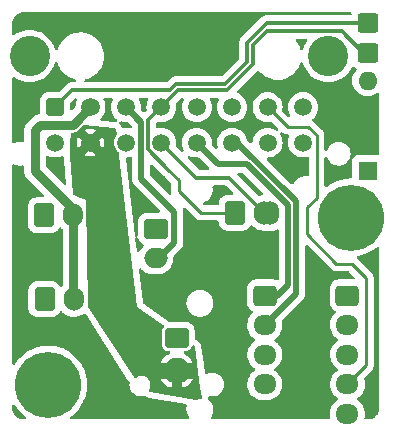
<source format=gbr>
G04 #@! TF.GenerationSoftware,KiCad,Pcbnew,(6.0.7)*
G04 #@! TF.CreationDate,2022-09-29T20:41:47+02:00*
G04 #@! TF.ProjectId,carabiner,63617261-6269-46e6-9572-2e6b69636164,rev?*
G04 #@! TF.SameCoordinates,Original*
G04 #@! TF.FileFunction,Copper,L1,Top*
G04 #@! TF.FilePolarity,Positive*
%FSLAX46Y46*%
G04 Gerber Fmt 4.6, Leading zero omitted, Abs format (unit mm)*
G04 Created by KiCad (PCBNEW (6.0.7)) date 2022-09-29 20:41:47*
%MOMM*%
%LPD*%
G01*
G04 APERTURE LIST*
G04 Aperture macros list*
%AMRoundRect*
0 Rectangle with rounded corners*
0 $1 Rounding radius*
0 $2 $3 $4 $5 $6 $7 $8 $9 X,Y pos of 4 corners*
0 Add a 4 corners polygon primitive as box body*
4,1,4,$2,$3,$4,$5,$6,$7,$8,$9,$2,$3,0*
0 Add four circle primitives for the rounded corners*
1,1,$1+$1,$2,$3*
1,1,$1+$1,$4,$5*
1,1,$1+$1,$6,$7*
1,1,$1+$1,$8,$9*
0 Add four rect primitives between the rounded corners*
20,1,$1+$1,$2,$3,$4,$5,0*
20,1,$1+$1,$4,$5,$6,$7,0*
20,1,$1+$1,$6,$7,$8,$9,0*
20,1,$1+$1,$8,$9,$2,$3,0*%
G04 Aperture macros list end*
G04 #@! TA.AperFunction,ComponentPad*
%ADD10R,1.600000X1.600000*%
G04 #@! TD*
G04 #@! TA.AperFunction,ComponentPad*
%ADD11O,1.600000X1.600000*%
G04 #@! TD*
G04 #@! TA.AperFunction,ComponentPad*
%ADD12C,5.600000*%
G04 #@! TD*
G04 #@! TA.AperFunction,ComponentPad*
%ADD13RoundRect,0.250001X-0.759999X0.499999X-0.759999X-0.499999X0.759999X-0.499999X0.759999X0.499999X0*%
G04 #@! TD*
G04 #@! TA.AperFunction,ComponentPad*
%ADD14O,2.020000X1.500000*%
G04 #@! TD*
G04 #@! TA.AperFunction,ComponentPad*
%ADD15RoundRect,0.250000X-0.750000X0.600000X-0.750000X-0.600000X0.750000X-0.600000X0.750000X0.600000X0*%
G04 #@! TD*
G04 #@! TA.AperFunction,ComponentPad*
%ADD16O,2.000000X1.700000*%
G04 #@! TD*
G04 #@! TA.AperFunction,ComponentPad*
%ADD17RoundRect,0.250001X-0.499999X-0.499999X0.499999X-0.499999X0.499999X0.499999X-0.499999X0.499999X0*%
G04 #@! TD*
G04 #@! TA.AperFunction,ComponentPad*
%ADD18C,1.500000*%
G04 #@! TD*
G04 #@! TA.AperFunction,ComponentPad*
%ADD19RoundRect,0.250000X-0.600000X-0.750000X0.600000X-0.750000X0.600000X0.750000X-0.600000X0.750000X0*%
G04 #@! TD*
G04 #@! TA.AperFunction,ComponentPad*
%ADD20O,1.700000X2.000000*%
G04 #@! TD*
G04 #@! TA.AperFunction,ComponentPad*
%ADD21RoundRect,0.250000X-0.725000X0.600000X-0.725000X-0.600000X0.725000X-0.600000X0.725000X0.600000X0*%
G04 #@! TD*
G04 #@! TA.AperFunction,ComponentPad*
%ADD22O,1.950000X1.700000*%
G04 #@! TD*
G04 #@! TA.AperFunction,ComponentPad*
%ADD23RoundRect,0.297500X-0.577500X0.552500X-0.577500X-0.552500X0.577500X-0.552500X0.577500X0.552500X0*%
G04 #@! TD*
G04 #@! TA.AperFunction,ComponentPad*
%ADD24RoundRect,0.250001X-0.499999X-0.759999X0.499999X-0.759999X0.499999X0.759999X-0.499999X0.759999X0*%
G04 #@! TD*
G04 #@! TA.AperFunction,ComponentPad*
%ADD25O,1.500000X2.020000*%
G04 #@! TD*
G04 #@! TA.AperFunction,ComponentPad*
%ADD26C,3.410000*%
G04 #@! TD*
G04 #@! TA.AperFunction,Conductor*
%ADD27C,0.800000*%
G04 #@! TD*
G04 #@! TA.AperFunction,Conductor*
%ADD28C,0.500000*%
G04 #@! TD*
G04 #@! TA.AperFunction,Conductor*
%ADD29C,0.250000*%
G04 #@! TD*
G04 #@! TA.AperFunction,Conductor*
%ADD30C,0.300000*%
G04 #@! TD*
G04 #@! TA.AperFunction,Conductor*
%ADD31C,0.400000*%
G04 #@! TD*
G04 APERTURE END LIST*
D10*
X81100000Y-47920000D03*
D11*
X81100000Y-40300000D03*
D12*
X54050000Y-66050000D03*
X79700000Y-51900000D03*
D13*
X64950000Y-62150000D03*
D14*
X64950000Y-65150000D03*
D15*
X63150000Y-52850000D03*
D16*
X63150000Y-55350000D03*
D17*
X54630000Y-42550000D03*
D18*
X57630000Y-42550000D03*
X60630000Y-42550000D03*
X63630000Y-42550000D03*
X66630000Y-42550000D03*
X69630000Y-42550000D03*
X72630000Y-42550000D03*
X75630000Y-42550000D03*
X54630000Y-45550000D03*
X57630000Y-45550000D03*
X60630000Y-45550000D03*
X63630000Y-45550000D03*
X66630000Y-45550000D03*
X69630000Y-45550000D03*
X72630000Y-45550000D03*
X75630000Y-45550000D03*
D19*
X53700000Y-51700000D03*
D20*
X56200000Y-51700000D03*
D19*
X53750000Y-58800000D03*
D20*
X56250000Y-58800000D03*
D21*
X79400000Y-58500000D03*
D22*
X79400000Y-61000000D03*
X79400000Y-63500000D03*
X79400000Y-66000000D03*
X79400000Y-68500000D03*
D21*
X72400000Y-58500000D03*
D22*
X72400000Y-61000000D03*
X72400000Y-63500000D03*
X72400000Y-66000000D03*
D19*
X69850000Y-51500000D03*
D20*
X72350000Y-51500000D03*
D23*
X81100000Y-35430000D03*
X81100000Y-37970000D03*
D15*
X64950000Y-62100000D03*
D16*
X64950000Y-64600000D03*
D17*
X54650000Y-42550000D03*
D18*
X57650000Y-42550000D03*
X60650000Y-42550000D03*
X63650000Y-42550000D03*
X66650000Y-42550000D03*
X69650000Y-42550000D03*
X72650000Y-42550000D03*
X75650000Y-42550000D03*
X54650000Y-45550000D03*
X57650000Y-45550000D03*
X60650000Y-45550000D03*
X63650000Y-45550000D03*
X66650000Y-45550000D03*
X69650000Y-45550000D03*
X72650000Y-45550000D03*
X75650000Y-45550000D03*
D24*
X69850000Y-51500000D03*
D25*
X72850000Y-51500000D03*
D17*
X54630000Y-42550000D03*
D18*
X57630000Y-42550000D03*
X60630000Y-42550000D03*
X63630000Y-42550000D03*
X66630000Y-42550000D03*
X69630000Y-42550000D03*
X72630000Y-42550000D03*
X75630000Y-42550000D03*
X54630000Y-45550000D03*
X57630000Y-45550000D03*
X60630000Y-45550000D03*
X63630000Y-45550000D03*
X66630000Y-45550000D03*
X69630000Y-45550000D03*
X72630000Y-45550000D03*
X75630000Y-45550000D03*
D26*
X77780000Y-38230000D03*
X52480000Y-38230000D03*
D17*
X64950000Y-62100000D03*
D18*
X64950000Y-65100000D03*
D27*
X56130000Y-44050000D02*
X53390000Y-44050000D01*
X56200000Y-58750000D02*
X56250000Y-58800000D01*
X56200000Y-51700000D02*
X56200000Y-58750000D01*
X53390000Y-44050000D02*
X52930000Y-44510000D01*
X56200000Y-51200000D02*
X56200000Y-51700000D01*
X52930000Y-44510000D02*
X52930000Y-47930000D01*
X57630000Y-42550000D02*
X56130000Y-44050000D01*
X52930000Y-47930000D02*
X56200000Y-51200000D01*
D28*
X60630000Y-42550000D02*
X61930969Y-43850969D01*
X61930969Y-43850969D02*
X61930969Y-48639903D01*
X64750000Y-51458934D02*
X64750000Y-54020000D01*
X63420000Y-55350000D02*
X63150000Y-55350000D01*
X61930969Y-48639903D02*
X64750000Y-51458934D01*
X64750000Y-54020000D02*
X63420000Y-55350000D01*
X60630000Y-42550000D02*
X61849511Y-43769511D01*
D27*
X72400000Y-66000000D02*
X72275000Y-66000000D01*
X72400000Y-63500000D02*
X72400000Y-63175623D01*
D28*
X75050000Y-58350000D02*
X72400000Y-61000000D01*
X70079950Y-45550000D02*
X75050000Y-50520051D01*
X69630000Y-45550000D02*
X70079950Y-45550000D01*
X75050000Y-50520051D02*
X75050000Y-58350000D01*
X74350000Y-50810000D02*
X74350000Y-57580000D01*
X73430000Y-58500000D02*
X72400000Y-58500000D01*
X70870000Y-47330000D02*
X74350000Y-50810000D01*
X66650000Y-45550000D02*
X68430000Y-47330000D01*
X74350000Y-57580000D02*
X73430000Y-58500000D01*
X68430000Y-47330000D02*
X70870000Y-47330000D01*
D29*
X76792901Y-50202901D02*
X76000000Y-50995802D01*
X78467998Y-55800000D02*
X79750000Y-55800000D01*
X80975010Y-64424990D02*
X79400000Y-66000000D01*
X76000000Y-53332002D02*
X78467998Y-55800000D01*
X76812901Y-44942901D02*
X76100000Y-44230000D01*
X76812901Y-48897099D02*
X76812901Y-44942901D01*
X79750000Y-55800000D02*
X80975010Y-57025010D01*
X76817901Y-48902099D02*
X76817901Y-50177901D01*
X76817901Y-50177901D02*
X76792901Y-50202901D01*
X74100000Y-44000000D02*
X73915000Y-43815000D01*
X73915000Y-43815000D02*
X72650000Y-42550000D01*
X76000000Y-50995802D02*
X76000000Y-53332002D01*
X76812901Y-48897099D02*
X76817901Y-48902099D01*
X80975010Y-57025010D02*
X80975010Y-64424990D01*
X74330000Y-44230000D02*
X73915000Y-43815000D01*
X76100000Y-44230000D02*
X74330000Y-44230000D01*
D30*
X72600010Y-36100010D02*
X78900010Y-36100010D01*
X65079990Y-41100010D02*
X63630000Y-42550000D01*
X71400000Y-38900000D02*
X71400000Y-37300020D01*
D29*
X69850000Y-51500000D02*
X66960000Y-51500000D01*
X69850000Y-51500000D02*
X69850000Y-50992605D01*
X66960000Y-51500000D02*
X65110000Y-49650000D01*
D30*
X80987500Y-38187500D02*
X81100000Y-38187500D01*
X69850000Y-51000721D02*
X69850000Y-51500000D01*
X63630000Y-42550000D02*
X62530489Y-43649511D01*
X62530489Y-43649511D02*
X62530489Y-46130489D01*
X67500010Y-41100010D02*
X65079990Y-41100010D01*
D29*
X65110000Y-48710000D02*
X64240000Y-47840000D01*
D30*
X71400000Y-37300020D02*
X72600010Y-36100010D01*
X69199990Y-41100010D02*
X67500010Y-41100010D01*
X78900010Y-36100010D02*
X80987500Y-38187500D01*
X69800000Y-51550000D02*
X69850000Y-51500000D01*
X62530489Y-46130489D02*
X64240000Y-47840000D01*
D29*
X65110000Y-49650000D02*
X65110000Y-48710000D01*
D30*
X69199990Y-41100010D02*
X71400000Y-38900000D01*
X68993081Y-40600491D02*
X70900480Y-38693092D01*
X70900480Y-37093113D02*
X72563593Y-35430000D01*
X56100000Y-41100000D02*
X64373572Y-41100000D01*
X72563593Y-35430000D02*
X81100000Y-35430000D01*
X64873081Y-40600491D02*
X68993081Y-40600491D01*
X54650000Y-42550000D02*
X56100000Y-41100000D01*
D31*
X81012500Y-35600000D02*
X81200000Y-35412500D01*
D30*
X70900480Y-38693092D02*
X70900480Y-37093113D01*
X80712500Y-35600000D02*
X81100000Y-35212500D01*
X64373572Y-41100000D02*
X64873081Y-40600491D01*
D31*
X72200000Y-51500000D02*
X72200000Y-51350000D01*
D30*
X69360000Y-48510000D02*
X72350000Y-51500000D01*
D31*
X72300000Y-51900000D02*
X72300000Y-50900000D01*
D30*
X63650000Y-45550000D02*
X66610000Y-48510000D01*
X66610000Y-48510000D02*
X69360000Y-48510000D01*
G04 #@! TA.AperFunction,NonConductor*
G36*
X75933457Y-36778512D02*
G01*
X75979950Y-36832168D01*
X75990054Y-36902442D01*
X75970101Y-36954512D01*
X75858940Y-37120876D01*
X75857116Y-37124575D01*
X75857113Y-37124580D01*
X75810228Y-37219653D01*
X75730605Y-37381113D01*
X75699819Y-37471807D01*
X75645827Y-37630861D01*
X75604990Y-37688937D01*
X75539237Y-37715715D01*
X75469445Y-37702694D01*
X75417772Y-37654007D01*
X75406681Y-37629294D01*
X75358160Y-37479958D01*
X75358157Y-37479950D01*
X75356797Y-37475765D01*
X75233660Y-37223298D01*
X75231205Y-37219659D01*
X75231202Y-37219653D01*
X75131787Y-37072265D01*
X75076585Y-36990424D01*
X75073633Y-36987145D01*
X75057133Y-36968819D01*
X75026416Y-36904812D01*
X75035181Y-36834358D01*
X75080645Y-36779827D01*
X75150770Y-36758510D01*
X75865336Y-36758510D01*
X75933457Y-36778512D01*
G37*
G04 #@! TD.AperFunction*
G04 #@! TA.AperFunction,NonConductor*
G36*
X79690160Y-34528502D02*
G01*
X79736653Y-34582158D01*
X79746757Y-34652432D01*
X79744812Y-34662834D01*
X79742269Y-34673849D01*
X79707453Y-34735723D01*
X79644713Y-34768952D01*
X79619499Y-34771500D01*
X72645649Y-34771500D01*
X72633793Y-34770941D01*
X72633790Y-34770941D01*
X72626056Y-34769212D01*
X72571039Y-34770941D01*
X72555224Y-34771438D01*
X72551266Y-34771500D01*
X72522161Y-34771500D01*
X72517761Y-34772056D01*
X72505929Y-34772988D01*
X72459762Y-34774438D01*
X72439172Y-34780420D01*
X72419811Y-34784430D01*
X72412823Y-34785312D01*
X72406389Y-34786125D01*
X72406388Y-34786125D01*
X72398529Y-34787118D01*
X72391164Y-34790034D01*
X72391160Y-34790035D01*
X72355572Y-34804126D01*
X72344362Y-34807965D01*
X72299993Y-34820855D01*
X72281528Y-34831775D01*
X72263788Y-34840466D01*
X72243837Y-34848365D01*
X72234873Y-34854878D01*
X72206467Y-34875516D01*
X72196545Y-34882033D01*
X72163616Y-34901507D01*
X72163612Y-34901510D01*
X72156786Y-34905547D01*
X72141622Y-34920711D01*
X72126589Y-34933551D01*
X72109236Y-34946159D01*
X72082030Y-34979046D01*
X72079791Y-34981752D01*
X72071801Y-34990532D01*
X70492875Y-36569458D01*
X70484095Y-36577448D01*
X70484093Y-36577450D01*
X70477400Y-36581697D01*
X70471974Y-36587475D01*
X70471973Y-36587476D01*
X70428876Y-36633370D01*
X70426121Y-36636212D01*
X70405553Y-36656780D01*
X70402836Y-36660283D01*
X70395128Y-36669308D01*
X70363508Y-36702980D01*
X70359687Y-36709931D01*
X70359686Y-36709932D01*
X70353177Y-36721771D01*
X70342323Y-36738295D01*
X70334498Y-36748384D01*
X70329176Y-36755245D01*
X70326029Y-36762517D01*
X70326028Y-36762519D01*
X70310826Y-36797648D01*
X70305604Y-36808308D01*
X70291283Y-36834358D01*
X70283356Y-36848776D01*
X70278021Y-36869554D01*
X70271622Y-36888244D01*
X70263100Y-36907937D01*
X70261860Y-36915768D01*
X70255874Y-36953561D01*
X70253467Y-36965184D01*
X70241980Y-37009925D01*
X70241980Y-37031372D01*
X70240429Y-37051082D01*
X70237074Y-37072265D01*
X70239758Y-37100653D01*
X70241421Y-37118251D01*
X70241980Y-37130109D01*
X70241980Y-38368142D01*
X70221978Y-38436263D01*
X70205075Y-38457237D01*
X68757226Y-39905086D01*
X68694914Y-39939112D01*
X68668131Y-39941991D01*
X64955137Y-39941991D01*
X64943281Y-39941432D01*
X64943278Y-39941432D01*
X64935544Y-39939703D01*
X64880527Y-39941432D01*
X64864712Y-39941929D01*
X64860754Y-39941991D01*
X64831649Y-39941991D01*
X64827249Y-39942547D01*
X64815417Y-39943479D01*
X64769250Y-39944929D01*
X64748660Y-39950911D01*
X64729299Y-39954921D01*
X64722311Y-39955803D01*
X64715877Y-39956616D01*
X64715876Y-39956616D01*
X64708017Y-39957609D01*
X64700652Y-39960525D01*
X64700648Y-39960526D01*
X64665063Y-39974615D01*
X64653833Y-39978460D01*
X64609480Y-39991346D01*
X64602656Y-39995382D01*
X64591024Y-40002261D01*
X64573268Y-40010960D01*
X64553325Y-40018856D01*
X64537926Y-40030044D01*
X64515949Y-40046011D01*
X64506030Y-40052526D01*
X64473104Y-40071999D01*
X64473100Y-40072002D01*
X64466274Y-40076039D01*
X64451113Y-40091200D01*
X64436081Y-40104039D01*
X64418724Y-40116650D01*
X64390998Y-40150166D01*
X64389279Y-40152243D01*
X64381289Y-40161024D01*
X64137716Y-40404596D01*
X64075404Y-40438621D01*
X64048621Y-40441500D01*
X57244877Y-40441500D01*
X57176756Y-40421498D01*
X57130263Y-40367842D01*
X57120159Y-40297568D01*
X57149653Y-40232988D01*
X57209379Y-40194604D01*
X57218680Y-40192253D01*
X57251667Y-40185241D01*
X57344970Y-40165409D01*
X57349099Y-40163906D01*
X57349103Y-40163905D01*
X57604781Y-40070846D01*
X57604785Y-40070844D01*
X57608926Y-40069337D01*
X57856942Y-39937464D01*
X57961896Y-39861211D01*
X58080629Y-39774947D01*
X58080632Y-39774944D01*
X58084192Y-39772358D01*
X58286252Y-39577231D01*
X58459188Y-39355882D01*
X58461384Y-39352078D01*
X58461389Y-39352071D01*
X58597435Y-39116431D01*
X58599636Y-39112619D01*
X58704862Y-38852176D01*
X58716298Y-38806310D01*
X58771753Y-38583893D01*
X58771754Y-38583888D01*
X58772817Y-38579624D01*
X58802178Y-38300267D01*
X58802025Y-38295873D01*
X58792529Y-38023939D01*
X58792528Y-38023933D01*
X58792375Y-38019542D01*
X58743598Y-37742913D01*
X58656797Y-37475765D01*
X58533660Y-37223298D01*
X58531205Y-37219659D01*
X58531202Y-37219653D01*
X58431787Y-37072265D01*
X58376585Y-36990424D01*
X58188629Y-36781678D01*
X58157128Y-36755245D01*
X58015270Y-36636212D01*
X57973450Y-36601121D01*
X57735236Y-36452269D01*
X57478625Y-36338018D01*
X57208610Y-36260593D01*
X57204260Y-36259982D01*
X57204257Y-36259981D01*
X57101310Y-36245513D01*
X56930448Y-36221500D01*
X56719854Y-36221500D01*
X56717668Y-36221653D01*
X56717664Y-36221653D01*
X56514173Y-36235882D01*
X56514168Y-36235883D01*
X56509788Y-36236189D01*
X56235030Y-36294591D01*
X56230901Y-36296094D01*
X56230897Y-36296095D01*
X55975219Y-36389154D01*
X55975215Y-36389156D01*
X55971074Y-36390663D01*
X55723058Y-36522536D01*
X55719499Y-36525122D01*
X55719497Y-36525123D01*
X55509557Y-36677653D01*
X55495808Y-36687642D01*
X55492644Y-36690698D01*
X55492641Y-36690700D01*
X55425803Y-36755245D01*
X55293748Y-36882769D01*
X55120812Y-37104118D01*
X55118616Y-37107922D01*
X55118611Y-37107929D01*
X55004794Y-37305067D01*
X54980364Y-37347381D01*
X54875138Y-37607824D01*
X54874073Y-37612096D01*
X54864970Y-37648605D01*
X54829082Y-37709863D01*
X54765772Y-37741994D01*
X54695141Y-37734796D01*
X54639614Y-37690555D01*
X54623309Y-37655656D01*
X54622664Y-37655875D01*
X54530721Y-37385019D01*
X54530720Y-37385018D01*
X54529395Y-37381113D01*
X54449772Y-37219653D01*
X54402887Y-37124580D01*
X54402884Y-37124575D01*
X54401060Y-37120876D01*
X54239855Y-36879616D01*
X54048539Y-36661461D01*
X53830384Y-36470145D01*
X53589125Y-36308940D01*
X53585426Y-36307116D01*
X53585421Y-36307113D01*
X53411814Y-36221500D01*
X53328887Y-36180605D01*
X53324981Y-36179279D01*
X53058038Y-36088664D01*
X53058034Y-36088663D01*
X53054125Y-36087336D01*
X53050081Y-36086532D01*
X53050075Y-36086530D01*
X52773579Y-36031531D01*
X52773573Y-36031530D01*
X52769540Y-36030728D01*
X52765435Y-36030459D01*
X52765428Y-36030458D01*
X52484120Y-36012021D01*
X52480000Y-36011751D01*
X52475880Y-36012021D01*
X52194572Y-36030458D01*
X52194565Y-36030459D01*
X52190460Y-36030728D01*
X52186427Y-36031530D01*
X52186421Y-36031531D01*
X51909925Y-36086530D01*
X51909919Y-36086532D01*
X51905875Y-36087336D01*
X51901966Y-36088663D01*
X51901962Y-36088664D01*
X51635019Y-36179279D01*
X51631113Y-36180605D01*
X51519023Y-36235882D01*
X51374580Y-36307113D01*
X51374575Y-36307116D01*
X51370876Y-36308940D01*
X51250828Y-36389154D01*
X51204502Y-36420108D01*
X51136749Y-36441323D01*
X51068282Y-36422540D01*
X51020839Y-36369723D01*
X51008500Y-36315343D01*
X51008500Y-35553250D01*
X51010246Y-35532345D01*
X51012770Y-35517344D01*
X51012770Y-35517341D01*
X51013576Y-35512552D01*
X51013729Y-35500000D01*
X51012542Y-35491709D01*
X51011748Y-35462870D01*
X51022602Y-35338808D01*
X51026417Y-35317178D01*
X51065443Y-35171534D01*
X51072954Y-35150896D01*
X51136678Y-35014240D01*
X51147660Y-34995220D01*
X51234147Y-34871703D01*
X51248265Y-34854878D01*
X51354878Y-34748265D01*
X51371703Y-34734147D01*
X51495220Y-34647660D01*
X51514240Y-34636678D01*
X51650896Y-34572954D01*
X51671534Y-34565443D01*
X51817178Y-34526417D01*
X51838806Y-34522603D01*
X51895341Y-34517656D01*
X51959393Y-34512053D01*
X51975871Y-34512607D01*
X51975876Y-34512200D01*
X51984853Y-34512310D01*
X51993724Y-34513691D01*
X52002626Y-34512527D01*
X52002628Y-34512527D01*
X52017677Y-34510559D01*
X52025286Y-34509564D01*
X52041621Y-34508500D01*
X79622039Y-34508500D01*
X79690160Y-34528502D01*
G37*
G04 #@! TD.AperFunction*
G04 #@! TA.AperFunction,NonConductor*
G36*
X56446031Y-41789395D02*
G01*
X56502867Y-41831942D01*
X56527678Y-41898462D01*
X56516194Y-41960701D01*
X56442880Y-42117924D01*
X56385885Y-42330629D01*
X56385406Y-42336106D01*
X56372752Y-42480747D01*
X56346889Y-42546865D01*
X56336326Y-42558861D01*
X56123595Y-42771592D01*
X56061283Y-42805618D01*
X55990468Y-42800553D01*
X55933632Y-42758006D01*
X55908821Y-42691486D01*
X55908500Y-42682497D01*
X55908500Y-42274950D01*
X55928502Y-42206829D01*
X55945405Y-42185855D01*
X56312904Y-41818356D01*
X56375216Y-41784330D01*
X56446031Y-41789395D01*
G37*
G04 #@! TD.AperFunction*
G04 #@! TA.AperFunction,NonConductor*
G36*
X62480822Y-41778502D02*
G01*
X62527315Y-41832158D01*
X62537419Y-41902432D01*
X62526896Y-41937750D01*
X62516194Y-41960701D01*
X62442880Y-42117924D01*
X62385885Y-42330629D01*
X62366693Y-42550000D01*
X62385885Y-42769371D01*
X62387310Y-42774691D01*
X62388264Y-42780098D01*
X62386629Y-42780386D01*
X62385131Y-42843789D01*
X62354202Y-42894539D01*
X62289806Y-42958935D01*
X62227494Y-42992961D01*
X62156679Y-42987896D01*
X62111616Y-42958935D01*
X61937909Y-42785228D01*
X61903883Y-42722916D01*
X61901483Y-42685152D01*
X61912828Y-42555476D01*
X61912828Y-42555475D01*
X61913307Y-42550000D01*
X61894115Y-42330629D01*
X61837120Y-42117924D01*
X61763806Y-41960701D01*
X61753104Y-41937750D01*
X61742443Y-41867558D01*
X61771423Y-41802745D01*
X61830843Y-41763889D01*
X61867299Y-41758500D01*
X62412701Y-41758500D01*
X62480822Y-41778502D01*
G37*
G04 #@! TD.AperFunction*
G04 #@! TA.AperFunction,NonConductor*
G36*
X59480822Y-41778502D02*
G01*
X59527315Y-41832158D01*
X59537419Y-41902432D01*
X59526896Y-41937750D01*
X59516194Y-41960701D01*
X59442880Y-42117924D01*
X59385885Y-42330629D01*
X59366693Y-42550000D01*
X59385885Y-42769371D01*
X59442880Y-42982076D01*
X59473635Y-43048030D01*
X59533618Y-43176666D01*
X59533621Y-43176671D01*
X59535944Y-43181653D01*
X59539100Y-43186160D01*
X59539101Y-43186162D01*
X59658529Y-43356722D01*
X59662251Y-43362038D01*
X59817962Y-43517749D01*
X59822471Y-43520906D01*
X59822473Y-43520908D01*
X59873761Y-43556820D01*
X59918089Y-43612277D01*
X59925398Y-43682897D01*
X59893367Y-43746257D01*
X59832166Y-43782242D01*
X59774071Y-43783013D01*
X59716105Y-43770089D01*
X59711616Y-43769745D01*
X59711612Y-43769744D01*
X58814457Y-43700915D01*
X58787918Y-43698879D01*
X58590253Y-43683714D01*
X58523864Y-43658560D01*
X58481611Y-43601506D01*
X58476913Y-43530665D01*
X58510798Y-43468989D01*
X58617749Y-43362038D01*
X58621472Y-43356722D01*
X58740899Y-43186162D01*
X58740900Y-43186160D01*
X58744056Y-43181653D01*
X58746379Y-43176671D01*
X58746382Y-43176666D01*
X58806365Y-43048030D01*
X58837120Y-42982076D01*
X58894115Y-42769371D01*
X58913307Y-42550000D01*
X58894115Y-42330629D01*
X58837120Y-42117924D01*
X58763806Y-41960701D01*
X58753104Y-41937750D01*
X58742443Y-41867558D01*
X58771423Y-41802745D01*
X58830843Y-41763889D01*
X58867299Y-41758500D01*
X59412701Y-41758500D01*
X59480822Y-41778502D01*
G37*
G04 #@! TD.AperFunction*
G04 #@! TA.AperFunction,NonConductor*
G36*
X60233991Y-43746785D02*
G01*
X60405308Y-43792690D01*
X60405317Y-43792691D01*
X60410629Y-43794115D01*
X60473096Y-43799580D01*
X60624522Y-43812828D01*
X60624525Y-43812828D01*
X60630000Y-43813307D01*
X60635482Y-43812827D01*
X60644518Y-43812827D01*
X60650000Y-43813307D01*
X60655475Y-43812828D01*
X60655479Y-43812828D01*
X60748370Y-43804701D01*
X60817974Y-43818690D01*
X60848446Y-43841127D01*
X61135564Y-44128245D01*
X61169590Y-44190557D01*
X61172469Y-44217340D01*
X61172469Y-44222893D01*
X61152467Y-44291014D01*
X61098811Y-44337507D01*
X61028537Y-44347611D01*
X61013858Y-44344600D01*
X60874684Y-44307308D01*
X60874677Y-44307307D01*
X60869371Y-44305885D01*
X60768144Y-44297029D01*
X60655478Y-44287172D01*
X60655475Y-44287172D01*
X60650000Y-44286693D01*
X60644518Y-44287173D01*
X60635482Y-44287173D01*
X60630000Y-44286693D01*
X60624525Y-44287172D01*
X60624522Y-44287172D01*
X60410629Y-44305885D01*
X60410457Y-44303922D01*
X60348520Y-44297029D01*
X60293406Y-44252275D01*
X60276566Y-44217271D01*
X60269346Y-44193393D01*
X60269345Y-44193390D01*
X60267512Y-44187329D01*
X60207656Y-44076353D01*
X60200262Y-44062644D01*
X60200260Y-44062640D01*
X60198129Y-44058690D01*
X60195455Y-44055079D01*
X60158549Y-44005244D01*
X60158547Y-44005241D01*
X60155876Y-44001635D01*
X60133252Y-43978776D01*
X60111824Y-43957125D01*
X60078122Y-43894637D01*
X60083553Y-43823849D01*
X60126393Y-43767234D01*
X60193040Y-43742767D01*
X60233991Y-43746785D01*
G37*
G04 #@! TD.AperFunction*
G04 #@! TA.AperFunction,NonConductor*
G36*
X54793108Y-38723098D02*
G01*
X54847854Y-38768303D01*
X54863338Y-38799988D01*
X54923203Y-38984235D01*
X55046340Y-39236702D01*
X55048795Y-39240341D01*
X55048798Y-39240347D01*
X55080636Y-39287548D01*
X55203415Y-39469576D01*
X55206360Y-39472847D01*
X55206361Y-39472848D01*
X55297226Y-39573764D01*
X55391371Y-39678322D01*
X55606550Y-39858879D01*
X55844764Y-40007731D01*
X56101375Y-40121982D01*
X56105603Y-40123194D01*
X56105602Y-40123194D01*
X56353862Y-40194381D01*
X56413831Y-40232385D01*
X56443733Y-40296777D01*
X56434076Y-40367114D01*
X56387924Y-40421063D01*
X56319132Y-40441500D01*
X56182059Y-40441500D01*
X56170203Y-40440941D01*
X56162463Y-40439211D01*
X56154537Y-40439460D01*
X56154536Y-40439460D01*
X56091611Y-40441438D01*
X56087653Y-40441500D01*
X56058568Y-40441500D01*
X56054637Y-40441997D01*
X56054630Y-40441997D01*
X56054179Y-40442054D01*
X56042343Y-40442986D01*
X55996169Y-40444438D01*
X55975579Y-40450420D01*
X55956218Y-40454430D01*
X55949230Y-40455312D01*
X55942796Y-40456125D01*
X55942795Y-40456125D01*
X55934936Y-40457118D01*
X55927571Y-40460034D01*
X55927567Y-40460035D01*
X55891979Y-40474126D01*
X55880769Y-40477965D01*
X55836400Y-40490855D01*
X55817935Y-40501775D01*
X55800195Y-40510466D01*
X55780244Y-40518365D01*
X55742874Y-40545516D01*
X55732952Y-40552033D01*
X55700023Y-40571507D01*
X55700019Y-40571510D01*
X55693193Y-40575547D01*
X55678029Y-40590711D01*
X55662996Y-40603551D01*
X55645643Y-40616159D01*
X55616198Y-40651752D01*
X55608208Y-40660532D01*
X55014145Y-41254595D01*
X54951833Y-41288621D01*
X54925050Y-41291500D01*
X54079600Y-41291500D01*
X54076354Y-41291837D01*
X54076350Y-41291837D01*
X53980693Y-41301762D01*
X53980689Y-41301763D01*
X53973835Y-41302474D01*
X53967299Y-41304655D01*
X53967297Y-41304655D01*
X53953204Y-41309357D01*
X53806055Y-41358450D01*
X53655652Y-41451522D01*
X53530695Y-41576697D01*
X53437885Y-41727262D01*
X53382203Y-41895139D01*
X53381503Y-41901975D01*
X53381502Y-41901978D01*
X53380287Y-41913838D01*
X53371500Y-41999600D01*
X53371500Y-43021654D01*
X53351498Y-43089775D01*
X53297842Y-43136268D01*
X53260080Y-43145524D01*
X53260213Y-43146365D01*
X53253696Y-43147397D01*
X53247096Y-43147743D01*
X53233508Y-43151384D01*
X53214061Y-43154988D01*
X53206644Y-43155767D01*
X53206640Y-43155768D01*
X53200072Y-43156458D01*
X53143276Y-43174912D01*
X53135009Y-43177598D01*
X53128685Y-43179471D01*
X53069010Y-43195461D01*
X53069006Y-43195462D01*
X53062630Y-43197171D01*
X53056748Y-43200168D01*
X53050093Y-43203559D01*
X53031826Y-43211125D01*
X53024728Y-43213431D01*
X53024726Y-43213432D01*
X53018444Y-43215473D01*
X53012722Y-43218776D01*
X53012721Y-43218777D01*
X52959218Y-43249667D01*
X52953423Y-43252814D01*
X52892470Y-43283871D01*
X52887342Y-43288024D01*
X52887340Y-43288025D01*
X52881534Y-43292727D01*
X52865237Y-43303927D01*
X52858776Y-43307657D01*
X52858772Y-43307660D01*
X52853056Y-43310960D01*
X52848150Y-43315377D01*
X52848145Y-43315381D01*
X52802231Y-43356722D01*
X52797216Y-43361006D01*
X52795942Y-43362038D01*
X52781259Y-43373928D01*
X52766744Y-43388443D01*
X52761959Y-43392984D01*
X52711134Y-43438747D01*
X52707255Y-43444086D01*
X52707254Y-43444087D01*
X52702860Y-43450135D01*
X52690019Y-43465168D01*
X52345168Y-43810019D01*
X52330135Y-43822860D01*
X52318747Y-43831134D01*
X52314327Y-43836043D01*
X52272984Y-43881959D01*
X52268443Y-43886744D01*
X52253928Y-43901259D01*
X52251852Y-43903823D01*
X52241006Y-43917216D01*
X52236722Y-43922231D01*
X52195381Y-43968145D01*
X52195377Y-43968150D01*
X52190960Y-43973056D01*
X52187660Y-43978772D01*
X52187657Y-43978776D01*
X52183927Y-43985237D01*
X52172727Y-44001534D01*
X52169723Y-44005244D01*
X52163871Y-44012470D01*
X52142161Y-44055079D01*
X52132815Y-44073421D01*
X52129669Y-44079215D01*
X52095473Y-44138444D01*
X52093432Y-44144726D01*
X52093431Y-44144728D01*
X52091125Y-44151826D01*
X52083560Y-44170092D01*
X52077171Y-44182630D01*
X52066383Y-44222893D01*
X52059469Y-44248695D01*
X52057600Y-44255003D01*
X52036458Y-44320072D01*
X52035768Y-44326637D01*
X52035766Y-44326646D01*
X52034985Y-44334075D01*
X52031383Y-44353509D01*
X52029453Y-44360714D01*
X52027743Y-44367097D01*
X52027398Y-44373688D01*
X52027397Y-44373692D01*
X52024164Y-44435384D01*
X52023647Y-44441958D01*
X52021846Y-44459101D01*
X52021500Y-44462390D01*
X52021500Y-44482926D01*
X52021327Y-44489520D01*
X52018371Y-44545932D01*
X52017748Y-44557810D01*
X52018780Y-44564325D01*
X52019949Y-44571705D01*
X52021500Y-44591417D01*
X52021500Y-45377963D01*
X52001498Y-45446084D01*
X51947842Y-45492577D01*
X51877568Y-45502681D01*
X51869302Y-45501209D01*
X51866564Y-45500627D01*
X51860694Y-45498765D01*
X51706773Y-45481500D01*
X51600231Y-45481500D01*
X51597175Y-45481800D01*
X51597168Y-45481800D01*
X51538660Y-45487537D01*
X51453167Y-45495920D01*
X51447266Y-45497702D01*
X51447264Y-45497702D01*
X51373947Y-45519838D01*
X51263831Y-45553084D01*
X51258392Y-45555976D01*
X51193653Y-45590398D01*
X51124116Y-45604717D01*
X51057875Y-45579169D01*
X51015962Y-45521864D01*
X51008500Y-45479146D01*
X51008500Y-40144658D01*
X51028502Y-40076537D01*
X51082158Y-40030044D01*
X51152432Y-40019940D01*
X51204502Y-40039893D01*
X51327357Y-40121982D01*
X51370875Y-40151060D01*
X51374574Y-40152884D01*
X51374579Y-40152887D01*
X51466455Y-40198195D01*
X51631113Y-40279395D01*
X51635018Y-40280720D01*
X51635019Y-40280721D01*
X51901962Y-40371336D01*
X51901966Y-40371337D01*
X51905875Y-40372664D01*
X51909919Y-40373468D01*
X51909925Y-40373470D01*
X52186421Y-40428469D01*
X52186427Y-40428470D01*
X52190460Y-40429272D01*
X52194565Y-40429541D01*
X52194572Y-40429542D01*
X52475880Y-40447979D01*
X52480000Y-40448249D01*
X52484120Y-40447979D01*
X52765428Y-40429542D01*
X52765435Y-40429541D01*
X52769540Y-40429272D01*
X52773573Y-40428470D01*
X52773579Y-40428469D01*
X53050075Y-40373470D01*
X53050081Y-40373468D01*
X53054125Y-40372664D01*
X53058034Y-40371337D01*
X53058038Y-40371336D01*
X53324981Y-40280721D01*
X53324982Y-40280720D01*
X53328887Y-40279395D01*
X53493545Y-40198195D01*
X53585421Y-40152887D01*
X53585426Y-40152884D01*
X53589125Y-40151060D01*
X53830384Y-39989855D01*
X54048539Y-39798539D01*
X54239855Y-39580384D01*
X54401060Y-39339124D01*
X54405825Y-39329463D01*
X54520939Y-39096034D01*
X54529395Y-39078887D01*
X54530721Y-39074981D01*
X54621337Y-38808035D01*
X54621338Y-38808031D01*
X54622664Y-38804125D01*
X54623051Y-38804256D01*
X54658752Y-38745688D01*
X54722614Y-38714668D01*
X54793108Y-38723098D01*
G37*
G04 #@! TD.AperFunction*
G04 #@! TA.AperFunction,NonConductor*
G36*
X66040701Y-46663807D02*
G01*
X66192934Y-46734794D01*
X66192942Y-46734797D01*
X66197924Y-46737120D01*
X66410629Y-46794115D01*
X66498322Y-46801787D01*
X66624522Y-46812828D01*
X66624525Y-46812828D01*
X66630000Y-46813307D01*
X66635482Y-46812827D01*
X66644518Y-46812827D01*
X66650000Y-46813307D01*
X66655475Y-46812828D01*
X66655479Y-46812828D01*
X66766761Y-46803092D01*
X66836365Y-46817081D01*
X66866837Y-46839518D01*
X67663724Y-47636405D01*
X67697750Y-47698717D01*
X67692685Y-47769532D01*
X67650138Y-47826368D01*
X67583618Y-47851179D01*
X67574629Y-47851500D01*
X66934950Y-47851500D01*
X66866829Y-47831498D01*
X66845855Y-47814595D01*
X65898357Y-46867097D01*
X65864331Y-46804785D01*
X65869396Y-46733970D01*
X65911943Y-46677134D01*
X65978463Y-46652323D01*
X66040701Y-46663807D01*
G37*
G04 #@! TD.AperFunction*
G04 #@! TA.AperFunction,NonConductor*
G36*
X73869698Y-44667332D02*
G01*
X73877280Y-44673904D01*
X73887667Y-44683658D01*
X73890509Y-44686413D01*
X73910231Y-44706135D01*
X73913355Y-44708558D01*
X73913359Y-44708562D01*
X73913424Y-44708612D01*
X73922445Y-44716317D01*
X73954679Y-44746586D01*
X73961627Y-44750405D01*
X73961629Y-44750407D01*
X73972432Y-44756346D01*
X73988959Y-44767202D01*
X73998698Y-44774757D01*
X73998700Y-44774758D01*
X74004960Y-44779614D01*
X74045540Y-44797174D01*
X74056188Y-44802391D01*
X74059492Y-44804207D01*
X74094940Y-44823695D01*
X74102616Y-44825666D01*
X74102619Y-44825667D01*
X74114562Y-44828733D01*
X74133267Y-44835137D01*
X74151855Y-44843181D01*
X74159678Y-44844420D01*
X74159688Y-44844423D01*
X74195524Y-44850099D01*
X74207144Y-44852505D01*
X74242289Y-44861528D01*
X74249970Y-44863500D01*
X74270224Y-44863500D01*
X74289934Y-44865051D01*
X74309943Y-44868220D01*
X74317835Y-44867474D01*
X74317836Y-44867474D01*
X74351786Y-44864265D01*
X74421487Y-44877768D01*
X74472822Y-44926811D01*
X74489494Y-44995822D01*
X74477838Y-45042956D01*
X74442880Y-45117924D01*
X74385885Y-45330629D01*
X74366693Y-45550000D01*
X74385885Y-45769371D01*
X74442880Y-45982076D01*
X74482663Y-46067391D01*
X74533618Y-46176666D01*
X74533621Y-46176671D01*
X74535944Y-46181653D01*
X74539100Y-46186160D01*
X74539101Y-46186162D01*
X74623189Y-46306251D01*
X74662251Y-46362038D01*
X74817962Y-46517749D01*
X74998346Y-46644056D01*
X75197924Y-46737120D01*
X75410629Y-46794115D01*
X75498322Y-46801787D01*
X75624522Y-46812828D01*
X75624525Y-46812828D01*
X75630000Y-46813307D01*
X75635482Y-46812827D01*
X75644518Y-46812827D01*
X75650000Y-46813307D01*
X75655475Y-46812828D01*
X75655478Y-46812828D01*
X75781678Y-46801787D01*
X75869371Y-46794115D01*
X76020789Y-46753542D01*
X76091766Y-46755232D01*
X76150562Y-46795026D01*
X76178510Y-46860290D01*
X76179401Y-46875249D01*
X76179401Y-48285631D01*
X76159399Y-48353752D01*
X76105743Y-48400245D01*
X76038593Y-48410758D01*
X75965000Y-48402048D01*
X75921812Y-48396936D01*
X75921808Y-48396936D01*
X75918126Y-48396500D01*
X75796684Y-48396500D01*
X75640721Y-48410831D01*
X75635159Y-48412400D01*
X75635157Y-48412400D01*
X75563321Y-48432660D01*
X75438451Y-48467877D01*
X75433268Y-48470433D01*
X75255617Y-48558041D01*
X75249963Y-48560829D01*
X75245337Y-48564283D01*
X75245336Y-48564284D01*
X75086195Y-48683120D01*
X75081571Y-48686573D01*
X75077657Y-48690807D01*
X75077655Y-48690809D01*
X74957549Y-48820740D01*
X74938914Y-48840899D01*
X74839909Y-48997813D01*
X74831418Y-49011270D01*
X74778151Y-49058209D01*
X74707964Y-49068898D01*
X74643140Y-49039943D01*
X74635761Y-49033130D01*
X72625834Y-47023203D01*
X72591808Y-46960891D01*
X72596873Y-46890076D01*
X72639420Y-46833240D01*
X72703947Y-46808587D01*
X72869371Y-46794115D01*
X73082076Y-46737120D01*
X73281654Y-46644056D01*
X73462038Y-46517749D01*
X73617749Y-46362038D01*
X73656812Y-46306251D01*
X73740899Y-46186162D01*
X73740900Y-46186160D01*
X73744056Y-46181653D01*
X73746379Y-46176671D01*
X73746382Y-46176666D01*
X73797337Y-46067391D01*
X73837120Y-45982076D01*
X73894115Y-45769371D01*
X73913307Y-45550000D01*
X73894115Y-45330629D01*
X73837120Y-45117924D01*
X73786705Y-45009808D01*
X73746382Y-44923334D01*
X73746379Y-44923329D01*
X73744056Y-44918347D01*
X73733342Y-44903045D01*
X73687814Y-44838025D01*
X73665126Y-44770751D01*
X73682411Y-44701890D01*
X73734181Y-44653306D01*
X73803999Y-44640424D01*
X73869698Y-44667332D01*
G37*
G04 #@! TD.AperFunction*
G04 #@! TA.AperFunction,NonConductor*
G36*
X54017749Y-46653104D02*
G01*
X54197924Y-46737120D01*
X54410629Y-46794115D01*
X54498322Y-46801787D01*
X54624522Y-46812828D01*
X54624525Y-46812828D01*
X54630000Y-46813307D01*
X54635482Y-46812827D01*
X54644518Y-46812827D01*
X54650000Y-46813307D01*
X54655475Y-46812828D01*
X54655478Y-46812828D01*
X54781678Y-46801787D01*
X54869371Y-46794115D01*
X55082076Y-46737120D01*
X55087058Y-46734797D01*
X55087066Y-46734794D01*
X55212827Y-46676151D01*
X55283018Y-46665490D01*
X55347831Y-46694470D01*
X55386687Y-46753890D01*
X55391559Y-46778937D01*
X55524499Y-48241283D01*
X55592831Y-48992938D01*
X55579078Y-49062589D01*
X55529852Y-49113749D01*
X55460781Y-49130174D01*
X55393796Y-49106649D01*
X55378253Y-49093440D01*
X53875405Y-47590592D01*
X53841379Y-47528280D01*
X53838500Y-47501497D01*
X53838500Y-46767299D01*
X53858502Y-46699178D01*
X53912158Y-46652685D01*
X53982432Y-46642581D01*
X54017749Y-46653104D01*
G37*
G04 #@! TD.AperFunction*
G04 #@! TA.AperFunction,NonConductor*
G36*
X75576302Y-38759504D02*
G01*
X75631831Y-38803743D01*
X75648047Y-38835679D01*
X75729279Y-39074981D01*
X75730605Y-39078887D01*
X75739061Y-39096034D01*
X75854176Y-39329463D01*
X75858940Y-39339124D01*
X76020145Y-39580384D01*
X76211461Y-39798539D01*
X76429616Y-39989855D01*
X76670875Y-40151060D01*
X76674574Y-40152884D01*
X76674579Y-40152887D01*
X76766455Y-40198195D01*
X76931113Y-40279395D01*
X76935018Y-40280720D01*
X76935019Y-40280721D01*
X77201962Y-40371336D01*
X77201966Y-40371337D01*
X77205875Y-40372664D01*
X77209919Y-40373468D01*
X77209925Y-40373470D01*
X77486421Y-40428469D01*
X77486427Y-40428470D01*
X77490460Y-40429272D01*
X77494565Y-40429541D01*
X77494572Y-40429542D01*
X77775880Y-40447979D01*
X77780000Y-40448249D01*
X77784120Y-40447979D01*
X78065428Y-40429542D01*
X78065435Y-40429541D01*
X78069540Y-40429272D01*
X78073573Y-40428470D01*
X78073579Y-40428469D01*
X78350075Y-40373470D01*
X78350081Y-40373468D01*
X78354125Y-40372664D01*
X78358034Y-40371337D01*
X78358038Y-40371336D01*
X78624981Y-40280721D01*
X78624982Y-40280720D01*
X78628887Y-40279395D01*
X78793545Y-40198195D01*
X78885421Y-40152887D01*
X78885426Y-40152884D01*
X78889125Y-40151060D01*
X79130384Y-39989855D01*
X79348539Y-39798539D01*
X79539855Y-39580384D01*
X79701060Y-39339124D01*
X79787854Y-39163124D01*
X79835922Y-39110877D01*
X79904607Y-39092910D01*
X79972103Y-39114929D01*
X79979459Y-39120377D01*
X80090284Y-39208847D01*
X80099435Y-39213271D01*
X80100924Y-39214619D01*
X80102588Y-39215667D01*
X80102404Y-39215959D01*
X80152060Y-39260922D01*
X80170570Y-39329463D01*
X80149085Y-39397131D01*
X80133695Y-39415807D01*
X80093802Y-39455700D01*
X79962477Y-39643251D01*
X79960154Y-39648233D01*
X79960151Y-39648238D01*
X79890065Y-39798539D01*
X79865716Y-39850757D01*
X79864294Y-39856065D01*
X79864293Y-39856067D01*
X79823176Y-40009516D01*
X79806457Y-40071913D01*
X79786502Y-40300000D01*
X79806457Y-40528087D01*
X79807881Y-40533400D01*
X79807881Y-40533402D01*
X79825117Y-40597725D01*
X79865716Y-40749243D01*
X79868039Y-40754224D01*
X79868039Y-40754225D01*
X79960151Y-40951762D01*
X79960154Y-40951767D01*
X79962477Y-40956749D01*
X80093802Y-41144300D01*
X80255700Y-41306198D01*
X80260208Y-41309355D01*
X80260211Y-41309357D01*
X80299054Y-41336555D01*
X80443251Y-41437523D01*
X80448233Y-41439846D01*
X80448238Y-41439849D01*
X80489525Y-41459101D01*
X80650757Y-41534284D01*
X80656065Y-41535706D01*
X80656067Y-41535707D01*
X80866598Y-41592119D01*
X80866600Y-41592119D01*
X80871913Y-41593543D01*
X81100000Y-41613498D01*
X81328087Y-41593543D01*
X81333400Y-41592119D01*
X81333402Y-41592119D01*
X81543933Y-41535707D01*
X81543935Y-41535706D01*
X81549243Y-41534284D01*
X81710475Y-41459101D01*
X81751762Y-41439849D01*
X81751767Y-41439846D01*
X81756749Y-41437523D01*
X81893230Y-41341958D01*
X81960503Y-41319270D01*
X82029363Y-41336555D01*
X82077948Y-41388324D01*
X82091500Y-41445171D01*
X82091500Y-46486645D01*
X82071498Y-46554766D01*
X82017842Y-46601259D01*
X81954963Y-46611414D01*
X81954928Y-46612053D01*
X81951993Y-46611894D01*
X81951900Y-46611909D01*
X81951533Y-46611869D01*
X81951529Y-46611869D01*
X81948134Y-46611500D01*
X80251866Y-46611500D01*
X80189684Y-46618255D01*
X80053295Y-46669385D01*
X79936739Y-46756739D01*
X79849385Y-46873295D01*
X79846234Y-46881701D01*
X79844906Y-46884126D01*
X79796472Y-46932452D01*
X79800950Y-47002496D01*
X79798255Y-47009684D01*
X79791500Y-47071866D01*
X79791500Y-48465424D01*
X79771498Y-48533545D01*
X79717842Y-48580038D01*
X79665281Y-48591424D01*
X79526592Y-48591182D01*
X79413413Y-48603277D01*
X79173639Y-48628901D01*
X79173631Y-48628902D01*
X79170256Y-48629263D01*
X78820117Y-48705606D01*
X78480271Y-48819317D01*
X78154694Y-48969066D01*
X78151760Y-48970822D01*
X78151758Y-48970823D01*
X77877794Y-49134787D01*
X77847193Y-49153101D01*
X77653402Y-49299664D01*
X77587008Y-49324800D01*
X77517560Y-49310050D01*
X77467112Y-49260096D01*
X77451401Y-49199167D01*
X77451401Y-48980866D01*
X77451928Y-48969683D01*
X77453603Y-48962190D01*
X77451463Y-48894113D01*
X77451401Y-48890154D01*
X77451401Y-48862243D01*
X77450896Y-48858243D01*
X77449963Y-48846400D01*
X77449211Y-48822456D01*
X77448574Y-48802210D01*
X77447460Y-48798374D01*
X77446401Y-48784922D01*
X77446401Y-46846973D01*
X77466403Y-46778852D01*
X77520059Y-46732359D01*
X77590333Y-46722255D01*
X77654913Y-46751749D01*
X77693275Y-46811399D01*
X77710410Y-46869619D01*
X77713263Y-46875077D01*
X77713265Y-46875081D01*
X77758126Y-46960891D01*
X77802040Y-47044890D01*
X77925968Y-47199025D01*
X77930692Y-47202989D01*
X77937933Y-47209065D01*
X78077474Y-47326154D01*
X78082872Y-47329121D01*
X78082877Y-47329125D01*
X78195202Y-47390875D01*
X78250787Y-47421433D01*
X78256654Y-47423294D01*
X78256656Y-47423295D01*
X78362271Y-47456798D01*
X78439306Y-47481235D01*
X78593227Y-47498500D01*
X78699769Y-47498500D01*
X78702825Y-47498200D01*
X78702832Y-47498200D01*
X78761340Y-47492463D01*
X78846833Y-47484080D01*
X78852734Y-47482298D01*
X78852736Y-47482298D01*
X79006664Y-47435824D01*
X79036169Y-47426916D01*
X79210796Y-47334066D01*
X79349761Y-47220729D01*
X79359287Y-47212960D01*
X79359290Y-47212957D01*
X79364062Y-47209065D01*
X79376344Y-47194219D01*
X79486201Y-47061425D01*
X79486203Y-47061421D01*
X79490130Y-47056675D01*
X79493063Y-47051250D01*
X79493066Y-47051246D01*
X79567539Y-46913514D01*
X79616074Y-46864577D01*
X79611296Y-46796696D01*
X79614021Y-46786358D01*
X79629982Y-46734794D01*
X79642682Y-46693768D01*
X79650708Y-46617402D01*
X79662711Y-46503204D01*
X79662711Y-46503202D01*
X79663355Y-46497075D01*
X79646669Y-46313723D01*
X79645989Y-46306251D01*
X79645988Y-46306248D01*
X79645430Y-46300112D01*
X79637835Y-46274304D01*
X79591330Y-46116294D01*
X79589590Y-46110381D01*
X79579919Y-46091881D01*
X79500813Y-45940568D01*
X79497960Y-45935110D01*
X79374032Y-45780975D01*
X79367727Y-45775684D01*
X79291539Y-45711755D01*
X79222526Y-45653846D01*
X79217128Y-45650879D01*
X79217123Y-45650875D01*
X79054608Y-45561533D01*
X79054609Y-45561533D01*
X79049213Y-45558567D01*
X79043346Y-45556706D01*
X79043344Y-45556705D01*
X78866564Y-45500627D01*
X78866563Y-45500627D01*
X78860694Y-45498765D01*
X78706773Y-45481500D01*
X78600231Y-45481500D01*
X78597175Y-45481800D01*
X78597168Y-45481800D01*
X78538660Y-45487537D01*
X78453167Y-45495920D01*
X78447266Y-45497702D01*
X78447264Y-45497702D01*
X78373947Y-45519838D01*
X78263831Y-45553084D01*
X78089204Y-45645934D01*
X78063668Y-45666761D01*
X77940713Y-45767040D01*
X77940710Y-45767043D01*
X77935938Y-45770935D01*
X77932011Y-45775682D01*
X77932009Y-45775684D01*
X77813799Y-45918575D01*
X77813797Y-45918579D01*
X77809870Y-45923325D01*
X77715802Y-46097299D01*
X77702801Y-46139299D01*
X77692766Y-46171717D01*
X77653515Y-46230876D01*
X77588511Y-46259424D01*
X77518392Y-46248296D01*
X77465420Y-46201025D01*
X77446401Y-46134458D01*
X77446401Y-45021668D01*
X77446928Y-45010485D01*
X77448603Y-45002992D01*
X77446463Y-44934915D01*
X77446401Y-44930956D01*
X77446401Y-44903045D01*
X77445896Y-44899045D01*
X77444963Y-44887202D01*
X77444667Y-44877768D01*
X77443963Y-44855391D01*
X77443823Y-44850930D01*
X77443574Y-44843011D01*
X77438445Y-44825355D01*
X77437923Y-44823559D01*
X77433915Y-44804207D01*
X77432368Y-44791964D01*
X77431375Y-44784104D01*
X77428457Y-44776733D01*
X77415101Y-44742998D01*
X77411256Y-44731771D01*
X77406766Y-44716317D01*
X77398919Y-44689308D01*
X77394885Y-44682486D01*
X77394882Y-44682480D01*
X77388607Y-44671869D01*
X77379911Y-44654119D01*
X77375373Y-44642657D01*
X77375370Y-44642652D01*
X77372453Y-44635284D01*
X77346474Y-44599526D01*
X77339958Y-44589608D01*
X77321476Y-44558358D01*
X77317443Y-44551538D01*
X77303119Y-44537214D01*
X77290277Y-44522179D01*
X77289449Y-44521039D01*
X77278373Y-44505794D01*
X77244307Y-44477612D01*
X77235528Y-44469623D01*
X76603652Y-43837747D01*
X76596112Y-43829461D01*
X76592000Y-43822982D01*
X76542348Y-43776356D01*
X76539507Y-43773602D01*
X76519770Y-43753865D01*
X76516573Y-43751385D01*
X76507551Y-43743680D01*
X76500565Y-43737120D01*
X76475321Y-43713414D01*
X76471533Y-43711331D01*
X76429160Y-43656375D01*
X76423088Y-43585639D01*
X76456222Y-43522849D01*
X76460703Y-43518684D01*
X76462038Y-43517749D01*
X76617749Y-43362038D01*
X76621472Y-43356722D01*
X76740899Y-43186162D01*
X76740900Y-43186160D01*
X76744056Y-43181653D01*
X76746379Y-43176671D01*
X76746382Y-43176666D01*
X76806365Y-43048030D01*
X76837120Y-42982076D01*
X76894115Y-42769371D01*
X76913307Y-42550000D01*
X76894115Y-42330629D01*
X76837120Y-42117924D01*
X76763806Y-41960701D01*
X76746382Y-41923334D01*
X76746379Y-41923329D01*
X76744056Y-41918347D01*
X76732912Y-41902432D01*
X76620908Y-41742473D01*
X76620906Y-41742470D01*
X76617749Y-41737962D01*
X76462038Y-41582251D01*
X76454107Y-41576697D01*
X76382759Y-41526739D01*
X76281654Y-41455944D01*
X76082076Y-41362880D01*
X75869371Y-41305885D01*
X75781678Y-41298213D01*
X75655478Y-41287172D01*
X75655475Y-41287172D01*
X75650000Y-41286693D01*
X75644518Y-41287173D01*
X75635482Y-41287173D01*
X75630000Y-41286693D01*
X75624525Y-41287172D01*
X75624522Y-41287172D01*
X75498322Y-41298213D01*
X75410629Y-41305885D01*
X75197924Y-41362880D01*
X75143359Y-41388324D01*
X75003334Y-41453618D01*
X75003329Y-41453621D01*
X74998347Y-41455944D01*
X74993840Y-41459100D01*
X74993838Y-41459101D01*
X74822473Y-41579092D01*
X74822470Y-41579094D01*
X74817962Y-41582251D01*
X74662251Y-41737962D01*
X74659094Y-41742470D01*
X74659092Y-41742473D01*
X74547088Y-41902432D01*
X74535944Y-41918347D01*
X74533621Y-41923329D01*
X74533618Y-41923334D01*
X74516194Y-41960701D01*
X74442880Y-42117924D01*
X74385885Y-42330629D01*
X74366693Y-42550000D01*
X74385885Y-42769371D01*
X74442880Y-42982076D01*
X74473635Y-43048030D01*
X74533618Y-43176666D01*
X74533621Y-43176671D01*
X74535944Y-43181653D01*
X74539101Y-43186161D01*
X74539104Y-43186167D01*
X74546947Y-43197368D01*
X74569635Y-43264642D01*
X74552350Y-43333502D01*
X74500580Y-43382086D01*
X74430762Y-43394968D01*
X74365062Y-43368059D01*
X74354639Y-43358733D01*
X73918328Y-42922422D01*
X73884302Y-42860110D01*
X73885716Y-42800715D01*
X73885760Y-42800553D01*
X73894115Y-42769371D01*
X73913307Y-42550000D01*
X73894115Y-42330629D01*
X73837120Y-42117924D01*
X73763806Y-41960701D01*
X73746382Y-41923334D01*
X73746379Y-41923329D01*
X73744056Y-41918347D01*
X73732912Y-41902432D01*
X73620908Y-41742473D01*
X73620906Y-41742470D01*
X73617749Y-41737962D01*
X73462038Y-41582251D01*
X73454107Y-41576697D01*
X73382759Y-41526739D01*
X73281654Y-41455944D01*
X73082076Y-41362880D01*
X72869371Y-41305885D01*
X72781678Y-41298213D01*
X72655478Y-41287172D01*
X72655475Y-41287172D01*
X72650000Y-41286693D01*
X72644518Y-41287173D01*
X72635482Y-41287173D01*
X72630000Y-41286693D01*
X72624525Y-41287172D01*
X72624522Y-41287172D01*
X72498322Y-41298213D01*
X72410629Y-41305885D01*
X72197924Y-41362880D01*
X72143359Y-41388324D01*
X72003334Y-41453618D01*
X72003329Y-41453621D01*
X71998347Y-41455944D01*
X71993840Y-41459100D01*
X71993838Y-41459101D01*
X71822473Y-41579092D01*
X71822470Y-41579094D01*
X71817962Y-41582251D01*
X71662251Y-41737962D01*
X71659094Y-41742470D01*
X71659092Y-41742473D01*
X71547088Y-41902432D01*
X71535944Y-41918347D01*
X71533621Y-41923329D01*
X71533618Y-41923334D01*
X71516194Y-41960701D01*
X71442880Y-42117924D01*
X71385885Y-42330629D01*
X71366693Y-42550000D01*
X71385885Y-42769371D01*
X71442880Y-42982076D01*
X71473635Y-43048030D01*
X71533618Y-43176666D01*
X71533621Y-43176671D01*
X71535944Y-43181653D01*
X71539100Y-43186160D01*
X71539101Y-43186162D01*
X71658529Y-43356722D01*
X71662251Y-43362038D01*
X71817962Y-43517749D01*
X71822471Y-43520906D01*
X71822473Y-43520908D01*
X71873761Y-43556820D01*
X71998346Y-43644056D01*
X72197924Y-43737120D01*
X72410629Y-43794115D01*
X72473096Y-43799580D01*
X72624522Y-43812828D01*
X72624525Y-43812828D01*
X72630000Y-43813307D01*
X72635482Y-43812827D01*
X72644518Y-43812827D01*
X72650000Y-43813307D01*
X72655475Y-43812828D01*
X72655478Y-43812828D01*
X72748369Y-43804701D01*
X72869371Y-43794115D01*
X72874681Y-43792692D01*
X72874688Y-43792691D01*
X72900719Y-43785716D01*
X72971696Y-43787406D01*
X73022424Y-43818328D01*
X73525452Y-44321356D01*
X73559478Y-44383668D01*
X73554413Y-44454483D01*
X73511866Y-44511319D01*
X73445346Y-44536130D01*
X73375972Y-44521039D01*
X73364086Y-44513664D01*
X73360737Y-44511319D01*
X73281654Y-44455944D01*
X73082076Y-44362880D01*
X72869371Y-44305885D01*
X72768144Y-44297029D01*
X72655478Y-44287172D01*
X72655475Y-44287172D01*
X72650000Y-44286693D01*
X72644518Y-44287173D01*
X72635482Y-44287173D01*
X72630000Y-44286693D01*
X72624525Y-44287172D01*
X72624522Y-44287172D01*
X72511856Y-44297029D01*
X72410629Y-44305885D01*
X72197924Y-44362880D01*
X72174738Y-44373692D01*
X72003334Y-44453618D01*
X72003329Y-44453621D01*
X71998347Y-44455944D01*
X71993840Y-44459100D01*
X71993838Y-44459101D01*
X71822473Y-44579092D01*
X71822470Y-44579094D01*
X71817962Y-44582251D01*
X71662251Y-44737962D01*
X71659094Y-44742470D01*
X71659092Y-44742473D01*
X71543883Y-44907009D01*
X71535944Y-44918347D01*
X71533621Y-44923329D01*
X71533618Y-44923334D01*
X71493295Y-45009808D01*
X71442880Y-45117924D01*
X71385885Y-45330629D01*
X71375785Y-45446084D01*
X71373022Y-45477661D01*
X71347159Y-45543779D01*
X71289655Y-45585419D01*
X71218768Y-45589360D01*
X71158406Y-45555775D01*
X70903660Y-45301029D01*
X70871049Y-45244546D01*
X70838543Y-45123235D01*
X70837120Y-45117924D01*
X70786705Y-45009808D01*
X70746382Y-44923334D01*
X70746379Y-44923329D01*
X70744056Y-44918347D01*
X70736117Y-44907009D01*
X70620908Y-44742473D01*
X70620906Y-44742470D01*
X70617749Y-44737962D01*
X70462038Y-44582251D01*
X70436438Y-44564325D01*
X70307196Y-44473829D01*
X70281654Y-44455944D01*
X70082076Y-44362880D01*
X69869371Y-44305885D01*
X69768144Y-44297029D01*
X69655478Y-44287172D01*
X69655475Y-44287172D01*
X69650000Y-44286693D01*
X69644518Y-44287173D01*
X69635482Y-44287173D01*
X69630000Y-44286693D01*
X69624525Y-44287172D01*
X69624522Y-44287172D01*
X69511856Y-44297029D01*
X69410629Y-44305885D01*
X69197924Y-44362880D01*
X69174738Y-44373692D01*
X69003334Y-44453618D01*
X69003329Y-44453621D01*
X68998347Y-44455944D01*
X68993840Y-44459100D01*
X68993838Y-44459101D01*
X68822473Y-44579092D01*
X68822470Y-44579094D01*
X68817962Y-44582251D01*
X68662251Y-44737962D01*
X68659094Y-44742470D01*
X68659092Y-44742473D01*
X68543883Y-44907009D01*
X68535944Y-44918347D01*
X68533621Y-44923329D01*
X68533618Y-44923334D01*
X68493295Y-45009808D01*
X68442880Y-45117924D01*
X68385885Y-45330629D01*
X68366693Y-45550000D01*
X68385885Y-45769371D01*
X68388994Y-45780975D01*
X68426633Y-45921443D01*
X68424943Y-45992420D01*
X68385149Y-46051216D01*
X68319885Y-46079164D01*
X68249871Y-46067391D01*
X68215831Y-46043150D01*
X67939518Y-45766837D01*
X67905492Y-45704525D01*
X67903092Y-45666761D01*
X67912828Y-45555476D01*
X67912828Y-45555475D01*
X67913307Y-45550000D01*
X67894115Y-45330629D01*
X67837120Y-45117924D01*
X67786705Y-45009808D01*
X67746382Y-44923334D01*
X67746379Y-44923329D01*
X67744056Y-44918347D01*
X67736117Y-44907009D01*
X67620908Y-44742473D01*
X67620906Y-44742470D01*
X67617749Y-44737962D01*
X67462038Y-44582251D01*
X67436438Y-44564325D01*
X67307196Y-44473829D01*
X67281654Y-44455944D01*
X67082076Y-44362880D01*
X66869371Y-44305885D01*
X66768144Y-44297029D01*
X66655478Y-44287172D01*
X66655475Y-44287172D01*
X66650000Y-44286693D01*
X66644518Y-44287173D01*
X66635482Y-44287173D01*
X66630000Y-44286693D01*
X66624525Y-44287172D01*
X66624522Y-44287172D01*
X66511856Y-44297029D01*
X66410629Y-44305885D01*
X66197924Y-44362880D01*
X66174738Y-44373692D01*
X66003334Y-44453618D01*
X66003329Y-44453621D01*
X65998347Y-44455944D01*
X65993840Y-44459100D01*
X65993838Y-44459101D01*
X65822473Y-44579092D01*
X65822470Y-44579094D01*
X65817962Y-44582251D01*
X65662251Y-44737962D01*
X65659094Y-44742470D01*
X65659092Y-44742473D01*
X65543883Y-44907009D01*
X65535944Y-44918347D01*
X65533621Y-44923329D01*
X65533618Y-44923334D01*
X65493295Y-45009808D01*
X65442880Y-45117924D01*
X65385885Y-45330629D01*
X65366693Y-45550000D01*
X65385885Y-45769371D01*
X65442880Y-45982076D01*
X65502709Y-46110381D01*
X65516194Y-46139299D01*
X65526855Y-46209491D01*
X65497875Y-46274304D01*
X65438455Y-46313160D01*
X65367461Y-46313723D01*
X65312904Y-46281644D01*
X64925799Y-45894539D01*
X64891773Y-45832227D01*
X64893006Y-45780322D01*
X64891736Y-45780098D01*
X64892690Y-45774691D01*
X64894115Y-45769371D01*
X64913307Y-45550000D01*
X64894115Y-45330629D01*
X64837120Y-45117924D01*
X64786705Y-45009808D01*
X64746382Y-44923334D01*
X64746379Y-44923329D01*
X64744056Y-44918347D01*
X64736117Y-44907009D01*
X64620908Y-44742473D01*
X64620906Y-44742470D01*
X64617749Y-44737962D01*
X64462038Y-44582251D01*
X64436438Y-44564325D01*
X64307196Y-44473829D01*
X64281654Y-44455944D01*
X64082076Y-44362880D01*
X63869371Y-44305885D01*
X63768144Y-44297029D01*
X63655478Y-44287172D01*
X63655475Y-44287172D01*
X63650000Y-44286693D01*
X63644518Y-44287173D01*
X63635482Y-44287173D01*
X63630000Y-44286693D01*
X63624525Y-44287172D01*
X63624522Y-44287172D01*
X63511856Y-44297029D01*
X63410629Y-44305885D01*
X63405315Y-44307309D01*
X63405309Y-44307310D01*
X63347601Y-44322773D01*
X63276625Y-44321084D01*
X63217829Y-44281291D01*
X63189880Y-44216027D01*
X63188989Y-44201067D01*
X63188989Y-43974462D01*
X63208991Y-43906341D01*
X63225894Y-43885367D01*
X63285462Y-43825799D01*
X63347774Y-43791773D01*
X63399678Y-43793008D01*
X63399902Y-43791736D01*
X63405309Y-43792690D01*
X63410629Y-43794115D01*
X63531631Y-43804701D01*
X63624522Y-43812828D01*
X63624525Y-43812828D01*
X63630000Y-43813307D01*
X63635482Y-43812827D01*
X63644518Y-43812827D01*
X63650000Y-43813307D01*
X63655475Y-43812828D01*
X63655478Y-43812828D01*
X63806904Y-43799580D01*
X63869371Y-43794115D01*
X64082076Y-43737120D01*
X64281654Y-43644056D01*
X64406239Y-43556820D01*
X64457527Y-43520908D01*
X64457529Y-43520906D01*
X64462038Y-43517749D01*
X64617749Y-43362038D01*
X64621472Y-43356722D01*
X64740899Y-43186162D01*
X64740900Y-43186160D01*
X64744056Y-43181653D01*
X64746379Y-43176671D01*
X64746382Y-43176666D01*
X64806365Y-43048030D01*
X64837120Y-42982076D01*
X64894115Y-42769371D01*
X64913307Y-42550000D01*
X64894115Y-42330629D01*
X64892692Y-42325319D01*
X64892691Y-42325312D01*
X64888961Y-42311392D01*
X64890651Y-42240415D01*
X64921573Y-42189687D01*
X65315845Y-41795415D01*
X65378157Y-41761389D01*
X65404940Y-41758510D01*
X65412697Y-41758510D01*
X65480818Y-41778512D01*
X65527311Y-41832168D01*
X65537415Y-41902442D01*
X65526893Y-41937758D01*
X65442880Y-42117924D01*
X65385885Y-42330629D01*
X65366693Y-42550000D01*
X65385885Y-42769371D01*
X65442880Y-42982076D01*
X65473635Y-43048030D01*
X65533618Y-43176666D01*
X65533621Y-43176671D01*
X65535944Y-43181653D01*
X65539100Y-43186160D01*
X65539101Y-43186162D01*
X65658529Y-43356722D01*
X65662251Y-43362038D01*
X65817962Y-43517749D01*
X65822471Y-43520906D01*
X65822473Y-43520908D01*
X65873761Y-43556820D01*
X65998346Y-43644056D01*
X66197924Y-43737120D01*
X66410629Y-43794115D01*
X66473096Y-43799580D01*
X66624522Y-43812828D01*
X66624525Y-43812828D01*
X66630000Y-43813307D01*
X66635482Y-43812827D01*
X66644518Y-43812827D01*
X66650000Y-43813307D01*
X66655475Y-43812828D01*
X66655478Y-43812828D01*
X66806904Y-43799580D01*
X66869371Y-43794115D01*
X67082076Y-43737120D01*
X67281654Y-43644056D01*
X67406239Y-43556820D01*
X67457527Y-43520908D01*
X67457529Y-43520906D01*
X67462038Y-43517749D01*
X67617749Y-43362038D01*
X67621472Y-43356722D01*
X67740899Y-43186162D01*
X67740900Y-43186160D01*
X67744056Y-43181653D01*
X67746379Y-43176671D01*
X67746382Y-43176666D01*
X67806365Y-43048030D01*
X67837120Y-42982076D01*
X67894115Y-42769371D01*
X67913307Y-42550000D01*
X67894115Y-42330629D01*
X67837120Y-42117924D01*
X67753108Y-41937759D01*
X67742447Y-41867568D01*
X67771427Y-41802756D01*
X67830847Y-41763899D01*
X67867303Y-41758510D01*
X68412697Y-41758510D01*
X68480818Y-41778512D01*
X68527311Y-41832168D01*
X68537415Y-41902442D01*
X68526893Y-41937758D01*
X68442880Y-42117924D01*
X68385885Y-42330629D01*
X68366693Y-42550000D01*
X68385885Y-42769371D01*
X68442880Y-42982076D01*
X68473635Y-43048030D01*
X68533618Y-43176666D01*
X68533621Y-43176671D01*
X68535944Y-43181653D01*
X68539100Y-43186160D01*
X68539101Y-43186162D01*
X68658529Y-43356722D01*
X68662251Y-43362038D01*
X68817962Y-43517749D01*
X68822471Y-43520906D01*
X68822473Y-43520908D01*
X68873761Y-43556820D01*
X68998346Y-43644056D01*
X69197924Y-43737120D01*
X69410629Y-43794115D01*
X69473096Y-43799580D01*
X69624522Y-43812828D01*
X69624525Y-43812828D01*
X69630000Y-43813307D01*
X69635482Y-43812827D01*
X69644518Y-43812827D01*
X69650000Y-43813307D01*
X69655475Y-43812828D01*
X69655478Y-43812828D01*
X69806904Y-43799580D01*
X69869371Y-43794115D01*
X70082076Y-43737120D01*
X70281654Y-43644056D01*
X70406239Y-43556820D01*
X70457527Y-43520908D01*
X70457529Y-43520906D01*
X70462038Y-43517749D01*
X70617749Y-43362038D01*
X70621472Y-43356722D01*
X70740899Y-43186162D01*
X70740900Y-43186160D01*
X70744056Y-43181653D01*
X70746379Y-43176671D01*
X70746382Y-43176666D01*
X70806365Y-43048030D01*
X70837120Y-42982076D01*
X70894115Y-42769371D01*
X70913307Y-42550000D01*
X70894115Y-42330629D01*
X70837120Y-42117924D01*
X70763806Y-41960701D01*
X70746382Y-41923334D01*
X70746379Y-41923329D01*
X70744056Y-41918347D01*
X70732912Y-41902432D01*
X70620908Y-41742473D01*
X70620906Y-41742470D01*
X70617749Y-41737962D01*
X70462038Y-41582251D01*
X70454107Y-41576697D01*
X70382759Y-41526739D01*
X70281654Y-41455944D01*
X70099425Y-41370970D01*
X70046140Y-41324053D01*
X70026679Y-41255776D01*
X70047221Y-41187816D01*
X70063580Y-41167680D01*
X71742376Y-39488884D01*
X71804688Y-39454858D01*
X71875503Y-39459923D01*
X71925107Y-39493668D01*
X71997226Y-39573764D01*
X72091371Y-39678322D01*
X72306550Y-39858879D01*
X72544764Y-40007731D01*
X72801375Y-40121982D01*
X73071390Y-40199407D01*
X73075740Y-40200018D01*
X73075743Y-40200019D01*
X73178690Y-40214487D01*
X73349552Y-40238500D01*
X73560146Y-40238500D01*
X73562332Y-40238347D01*
X73562336Y-40238347D01*
X73765827Y-40224118D01*
X73765832Y-40224117D01*
X73770212Y-40223811D01*
X74044970Y-40165409D01*
X74049099Y-40163906D01*
X74049103Y-40163905D01*
X74304781Y-40070846D01*
X74304785Y-40070844D01*
X74308926Y-40069337D01*
X74556942Y-39937464D01*
X74661896Y-39861211D01*
X74780629Y-39774947D01*
X74780632Y-39774944D01*
X74784192Y-39772358D01*
X74986252Y-39577231D01*
X75159188Y-39355882D01*
X75161384Y-39352078D01*
X75161389Y-39352071D01*
X75297435Y-39116431D01*
X75299636Y-39112619D01*
X75404862Y-38852176D01*
X75406477Y-38845698D01*
X75406851Y-38845060D01*
X75407285Y-38843724D01*
X75407578Y-38843819D01*
X75442363Y-38784441D01*
X75505671Y-38752309D01*
X75576302Y-38759504D01*
G37*
G04 #@! TD.AperFunction*
G04 #@! TA.AperFunction,NonConductor*
G36*
X62897981Y-47429695D02*
G01*
X62904564Y-47435824D01*
X63803667Y-48334927D01*
X63839378Y-48362627D01*
X63883390Y-48396766D01*
X63902132Y-48411304D01*
X63909405Y-48414451D01*
X63916231Y-48418488D01*
X63915358Y-48419965D01*
X63942518Y-48438422D01*
X64439596Y-48935501D01*
X64473621Y-48997813D01*
X64476500Y-49024596D01*
X64476500Y-49571233D01*
X64475973Y-49582416D01*
X64474298Y-49589909D01*
X64474547Y-49597835D01*
X64474547Y-49597836D01*
X64476438Y-49657986D01*
X64476500Y-49661945D01*
X64476500Y-49689856D01*
X64476997Y-49693790D01*
X64476997Y-49693791D01*
X64477005Y-49693856D01*
X64477938Y-49705693D01*
X64479327Y-49749889D01*
X64484978Y-49769339D01*
X64488987Y-49788700D01*
X64491525Y-49808790D01*
X64480219Y-49878880D01*
X64432814Y-49931732D01*
X64364360Y-49950564D01*
X64296592Y-49929397D01*
X64277424Y-49913677D01*
X62726374Y-48362627D01*
X62692348Y-48300315D01*
X62689469Y-48273532D01*
X62689469Y-47524919D01*
X62709471Y-47456798D01*
X62763127Y-47410305D01*
X62833401Y-47400201D01*
X62897981Y-47429695D01*
G37*
G04 #@! TD.AperFunction*
G04 #@! TA.AperFunction,NonConductor*
G36*
X70571750Y-48108502D02*
G01*
X70592724Y-48125405D01*
X72251157Y-49783838D01*
X72285183Y-49846150D01*
X72280118Y-49916965D01*
X72237571Y-49973801D01*
X72183583Y-49995517D01*
X72183842Y-49996751D01*
X71963435Y-50042996D01*
X71963430Y-50042998D01*
X71958209Y-50044093D01*
X71939871Y-50051335D01*
X71869166Y-50057752D01*
X71804497Y-50023237D01*
X70084855Y-48303595D01*
X70050829Y-48241283D01*
X70055894Y-48170468D01*
X70098441Y-48113632D01*
X70164961Y-48088821D01*
X70173950Y-48088500D01*
X70503629Y-48088500D01*
X70571750Y-48108502D01*
G37*
G04 #@! TD.AperFunction*
G04 #@! TA.AperFunction,NonConductor*
G36*
X69103171Y-49188502D02*
G01*
X69124145Y-49205405D01*
X69685145Y-49766405D01*
X69719171Y-49828717D01*
X69714106Y-49899532D01*
X69671559Y-49956368D01*
X69605039Y-49981179D01*
X69596050Y-49981500D01*
X69299600Y-49981500D01*
X69296354Y-49981837D01*
X69296350Y-49981837D01*
X69206826Y-49991126D01*
X69202019Y-49991500D01*
X69199600Y-49991500D01*
X69196355Y-49991837D01*
X69196349Y-49991837D01*
X69100692Y-50001762D01*
X69100688Y-50001763D01*
X69093834Y-50002474D01*
X69087298Y-50004655D01*
X69087296Y-50004655D01*
X68985201Y-50038717D01*
X68926054Y-50058450D01*
X68775652Y-50151522D01*
X68650695Y-50276697D01*
X68646855Y-50282927D01*
X68646854Y-50282928D01*
X68606948Y-50347668D01*
X68557885Y-50427262D01*
X68502203Y-50595139D01*
X68501503Y-50601975D01*
X68501502Y-50601978D01*
X68500463Y-50612123D01*
X68491500Y-50699600D01*
X68491500Y-50740500D01*
X68471498Y-50808621D01*
X68417842Y-50855114D01*
X68365500Y-50866500D01*
X67274594Y-50866500D01*
X67206473Y-50846498D01*
X67185499Y-50829595D01*
X67184609Y-50828705D01*
X67150583Y-50766393D01*
X67155648Y-50695578D01*
X67198195Y-50638742D01*
X67239500Y-50618341D01*
X67261549Y-50612123D01*
X67450037Y-50519171D01*
X67498573Y-50482928D01*
X67613805Y-50396880D01*
X67613806Y-50396879D01*
X67618429Y-50393427D01*
X67622345Y-50389191D01*
X67757167Y-50243341D01*
X67757169Y-50243338D01*
X67761086Y-50239101D01*
X67873231Y-50061362D01*
X67951108Y-49866163D01*
X67952233Y-49860506D01*
X67952235Y-49860500D01*
X67990981Y-49665707D01*
X67990981Y-49665705D01*
X67992108Y-49660040D01*
X67994859Y-49449898D01*
X67971823Y-49315838D01*
X67980000Y-49245314D01*
X68025007Y-49190406D01*
X68096003Y-49168500D01*
X69035050Y-49168500D01*
X69103171Y-49188502D01*
G37*
G04 #@! TD.AperFunction*
G04 #@! TA.AperFunction,NonConductor*
G36*
X61084834Y-46757090D02*
G01*
X61143630Y-46796884D01*
X61171578Y-46862148D01*
X61172469Y-46877107D01*
X61172469Y-48572833D01*
X61171036Y-48591783D01*
X61167770Y-48613252D01*
X61168363Y-48620544D01*
X61168363Y-48620547D01*
X61172054Y-48665921D01*
X61172469Y-48676136D01*
X61172469Y-48684196D01*
X61172894Y-48687840D01*
X61175758Y-48712410D01*
X61176191Y-48716785D01*
X61182109Y-48789540D01*
X61184365Y-48796504D01*
X61185556Y-48802463D01*
X61186940Y-48808318D01*
X61187787Y-48815584D01*
X61212704Y-48884230D01*
X61214121Y-48888358D01*
X61236618Y-48957802D01*
X61240414Y-48964057D01*
X61242920Y-48969531D01*
X61245639Y-48974961D01*
X61248136Y-48981840D01*
X61252149Y-48987960D01*
X61252149Y-48987961D01*
X61288155Y-49042879D01*
X61290492Y-49046583D01*
X61328374Y-49109010D01*
X61332090Y-49113218D01*
X61332091Y-49113219D01*
X61335772Y-49117387D01*
X61335745Y-49117411D01*
X61338398Y-49120403D01*
X61341101Y-49123636D01*
X61345113Y-49129755D01*
X61350425Y-49134787D01*
X61401352Y-49183031D01*
X61403794Y-49185409D01*
X63494790Y-51276405D01*
X63528816Y-51338717D01*
X63523751Y-51409532D01*
X63481204Y-51466368D01*
X63414684Y-51491179D01*
X63405695Y-51491500D01*
X62349600Y-51491500D01*
X62346354Y-51491837D01*
X62346350Y-51491837D01*
X62250692Y-51501762D01*
X62250688Y-51501763D01*
X62243834Y-51502474D01*
X62237298Y-51504655D01*
X62237296Y-51504655D01*
X62173306Y-51526004D01*
X62076054Y-51558450D01*
X61925652Y-51651522D01*
X61800695Y-51776697D01*
X61796855Y-51782927D01*
X61796854Y-51782928D01*
X61717020Y-51912443D01*
X61707885Y-51927262D01*
X61681436Y-52007005D01*
X61661479Y-52067174D01*
X61652203Y-52095139D01*
X61651503Y-52101975D01*
X61651502Y-52101978D01*
X61648215Y-52134059D01*
X61641500Y-52199600D01*
X61641500Y-53411299D01*
X61621498Y-53479420D01*
X61567842Y-53525913D01*
X61497568Y-53536017D01*
X61432988Y-53506523D01*
X61394604Y-53446797D01*
X61390392Y-53426269D01*
X60615079Y-46946869D01*
X60626846Y-46876854D01*
X60674598Y-46824316D01*
X60729205Y-46806378D01*
X60840821Y-46796613D01*
X60869371Y-46794115D01*
X60874677Y-46792693D01*
X60874684Y-46792692D01*
X61013858Y-46755400D01*
X61084834Y-46757090D01*
G37*
G04 #@! TD.AperFunction*
G04 #@! TA.AperFunction,NonConductor*
G36*
X61620153Y-53591411D02*
G01*
X61665361Y-53646153D01*
X61669060Y-53655880D01*
X61708450Y-53773946D01*
X61801522Y-53924348D01*
X61926697Y-54049305D01*
X62072340Y-54139081D01*
X62119832Y-54191852D01*
X62131256Y-54261924D01*
X62102982Y-54327048D01*
X62093195Y-54337510D01*
X62046615Y-54381946D01*
X61978865Y-54446576D01*
X61841246Y-54631542D01*
X61838828Y-54636297D01*
X61838826Y-54636301D01*
X61781142Y-54749758D01*
X61732439Y-54801416D01*
X61663539Y-54818543D01*
X61596318Y-54795701D01*
X61552116Y-54740142D01*
X61543717Y-54707624D01*
X61424431Y-53710734D01*
X61436198Y-53640719D01*
X61483950Y-53588181D01*
X61552526Y-53569799D01*
X61620153Y-53591411D01*
G37*
G04 #@! TD.AperFunction*
G04 #@! TA.AperFunction,NonConductor*
G36*
X65648401Y-51099763D02*
G01*
X65692427Y-51128332D01*
X66456348Y-51892253D01*
X66463888Y-51900539D01*
X66468000Y-51907018D01*
X66473777Y-51912443D01*
X66517651Y-51953643D01*
X66520493Y-51956398D01*
X66540230Y-51976135D01*
X66543427Y-51978615D01*
X66552447Y-51986318D01*
X66584679Y-52016586D01*
X66591625Y-52020405D01*
X66591628Y-52020407D01*
X66602434Y-52026348D01*
X66618953Y-52037199D01*
X66634959Y-52049614D01*
X66642228Y-52052759D01*
X66642232Y-52052762D01*
X66675537Y-52067174D01*
X66686187Y-52072391D01*
X66724940Y-52093695D01*
X66732615Y-52095666D01*
X66732616Y-52095666D01*
X66744562Y-52098733D01*
X66763267Y-52105137D01*
X66781855Y-52113181D01*
X66789678Y-52114420D01*
X66789688Y-52114423D01*
X66825524Y-52120099D01*
X66837144Y-52122505D01*
X66872289Y-52131528D01*
X66879970Y-52133500D01*
X66900224Y-52133500D01*
X66919934Y-52135051D01*
X66939943Y-52138220D01*
X66947835Y-52137474D01*
X66983961Y-52134059D01*
X66995819Y-52133500D01*
X68365500Y-52133500D01*
X68433621Y-52153502D01*
X68480114Y-52207158D01*
X68491500Y-52259500D01*
X68491500Y-52300400D01*
X68502474Y-52406166D01*
X68504655Y-52412702D01*
X68504655Y-52412704D01*
X68540033Y-52518744D01*
X68558450Y-52573946D01*
X68651522Y-52724348D01*
X68776697Y-52849305D01*
X68782927Y-52853145D01*
X68782928Y-52853146D01*
X68920090Y-52937694D01*
X68927262Y-52942115D01*
X68978724Y-52959184D01*
X69088611Y-52995632D01*
X69088613Y-52995632D01*
X69095139Y-52997797D01*
X69101975Y-52998497D01*
X69101978Y-52998498D01*
X69195320Y-53008061D01*
X69199600Y-53008500D01*
X69201205Y-53008500D01*
X69204368Y-53008743D01*
X69299600Y-53018500D01*
X70400400Y-53018500D01*
X70403646Y-53018163D01*
X70403650Y-53018163D01*
X70493174Y-53008874D01*
X70497981Y-53008500D01*
X70500400Y-53008500D01*
X70503645Y-53008163D01*
X70503651Y-53008163D01*
X70599308Y-52998238D01*
X70599312Y-52998237D01*
X70606166Y-52997526D01*
X70612702Y-52995345D01*
X70612704Y-52995345D01*
X70744806Y-52951272D01*
X70773946Y-52941550D01*
X70924348Y-52848478D01*
X71049305Y-52723303D01*
X71139081Y-52577660D01*
X71191852Y-52530168D01*
X71261924Y-52518744D01*
X71327048Y-52547018D01*
X71337510Y-52556805D01*
X71353862Y-52573946D01*
X71446576Y-52671135D01*
X71631542Y-52808754D01*
X71636293Y-52811170D01*
X71636297Y-52811172D01*
X71699481Y-52843296D01*
X71837051Y-52913240D01*
X71842145Y-52914822D01*
X71842148Y-52914823D01*
X72042020Y-52976885D01*
X72057227Y-52981607D01*
X72062516Y-52982308D01*
X72280489Y-53011198D01*
X72280494Y-53011198D01*
X72285774Y-53011898D01*
X72291103Y-53011698D01*
X72291105Y-53011698D01*
X72400966Y-53007574D01*
X72516158Y-53003249D01*
X72552994Y-52995520D01*
X72608282Y-52996317D01*
X72659946Y-53008721D01*
X72659957Y-53008723D01*
X72665411Y-53010032D01*
X72749475Y-53014879D01*
X72884083Y-53022640D01*
X72884086Y-53022640D01*
X72889690Y-53022963D01*
X73112715Y-52995975D01*
X73327435Y-52929918D01*
X73332415Y-52927348D01*
X73332419Y-52927346D01*
X73407710Y-52888485D01*
X73477417Y-52875016D01*
X73543341Y-52901371D01*
X73584550Y-52959184D01*
X73591500Y-53000451D01*
X73591500Y-57081026D01*
X73571498Y-57149147D01*
X73517842Y-57195640D01*
X73447568Y-57205744D01*
X73425833Y-57200619D01*
X73286389Y-57154368D01*
X73286387Y-57154368D01*
X73279861Y-57152203D01*
X73273025Y-57151503D01*
X73273022Y-57151502D01*
X73229969Y-57147091D01*
X73175400Y-57141500D01*
X71624600Y-57141500D01*
X71621354Y-57141837D01*
X71621350Y-57141837D01*
X71525692Y-57151762D01*
X71525688Y-57151763D01*
X71518834Y-57152474D01*
X71512298Y-57154655D01*
X71512296Y-57154655D01*
X71389450Y-57195640D01*
X71351054Y-57208450D01*
X71200652Y-57301522D01*
X71075695Y-57426697D01*
X71071855Y-57432927D01*
X71071854Y-57432928D01*
X71060393Y-57451522D01*
X70982885Y-57577262D01*
X70980581Y-57584209D01*
X70933133Y-57727262D01*
X70927203Y-57745139D01*
X70916500Y-57849600D01*
X70916500Y-59150400D01*
X70927474Y-59256166D01*
X70929655Y-59262702D01*
X70929655Y-59262704D01*
X70932103Y-59270040D01*
X70983450Y-59423946D01*
X71076522Y-59574348D01*
X71201697Y-59699305D01*
X71207927Y-59703145D01*
X71207928Y-59703146D01*
X71223434Y-59712704D01*
X71347340Y-59789081D01*
X71394832Y-59841852D01*
X71406256Y-59911924D01*
X71377982Y-59977048D01*
X71368195Y-59987510D01*
X71351510Y-60003427D01*
X71253865Y-60096576D01*
X71116246Y-60281542D01*
X71113830Y-60286293D01*
X71113828Y-60286297D01*
X71102540Y-60308500D01*
X71011760Y-60487051D01*
X71010178Y-60492145D01*
X71010177Y-60492148D01*
X70961018Y-60650466D01*
X70943393Y-60707227D01*
X70942692Y-60712516D01*
X70938851Y-60741500D01*
X70913102Y-60935774D01*
X70921751Y-61166158D01*
X70969093Y-61391791D01*
X70971051Y-61396750D01*
X70971052Y-61396752D01*
X70990640Y-61446350D01*
X71053776Y-61606221D01*
X71173377Y-61803317D01*
X71176874Y-61807347D01*
X71263438Y-61907103D01*
X71324477Y-61977445D01*
X71328608Y-61980832D01*
X71498627Y-62120240D01*
X71498633Y-62120244D01*
X71502755Y-62123624D01*
X71534250Y-62141552D01*
X71583555Y-62192632D01*
X71597417Y-62262262D01*
X71571434Y-62328333D01*
X71542284Y-62355573D01*
X71420681Y-62437441D01*
X71416824Y-62441120D01*
X71416822Y-62441122D01*
X71356309Y-62498849D01*
X71253865Y-62596576D01*
X71250682Y-62600854D01*
X71194790Y-62675975D01*
X71116246Y-62781542D01*
X71113830Y-62786293D01*
X71113828Y-62786297D01*
X71078590Y-62855606D01*
X71011760Y-62987051D01*
X71010178Y-62992145D01*
X71010177Y-62992148D01*
X70948115Y-63192020D01*
X70943393Y-63207227D01*
X70942692Y-63212516D01*
X70927304Y-63328623D01*
X70913102Y-63435774D01*
X70921751Y-63666158D01*
X70969093Y-63891791D01*
X70971051Y-63896750D01*
X70971052Y-63896752D01*
X71029260Y-64044142D01*
X71053776Y-64106221D01*
X71173377Y-64303317D01*
X71176874Y-64307347D01*
X71313726Y-64465055D01*
X71324477Y-64477445D01*
X71328608Y-64480832D01*
X71498627Y-64620240D01*
X71498633Y-64620244D01*
X71502755Y-64623624D01*
X71534250Y-64641552D01*
X71583555Y-64692632D01*
X71597417Y-64762262D01*
X71571434Y-64828333D01*
X71542284Y-64855573D01*
X71420681Y-64937441D01*
X71253865Y-65096576D01*
X71116246Y-65281542D01*
X71113830Y-65286293D01*
X71113828Y-65286297D01*
X71064003Y-65384296D01*
X71011760Y-65487051D01*
X71010178Y-65492145D01*
X71010177Y-65492148D01*
X70972516Y-65613435D01*
X70943393Y-65707227D01*
X70942692Y-65712516D01*
X70923642Y-65856251D01*
X70913102Y-65935774D01*
X70921751Y-66166158D01*
X70969093Y-66391791D01*
X70971051Y-66396750D01*
X70971052Y-66396752D01*
X71047146Y-66589432D01*
X71053776Y-66606221D01*
X71173377Y-66803317D01*
X71176874Y-66807347D01*
X71320876Y-66973295D01*
X71324477Y-66977445D01*
X71328608Y-66980832D01*
X71498627Y-67120240D01*
X71498633Y-67120244D01*
X71502755Y-67123624D01*
X71507391Y-67126263D01*
X71507394Y-67126265D01*
X71659202Y-67212679D01*
X71703114Y-67237675D01*
X71919825Y-67316337D01*
X71925074Y-67317286D01*
X71925077Y-67317287D01*
X72142608Y-67356623D01*
X72142615Y-67356624D01*
X72146692Y-67357361D01*
X72164414Y-67358197D01*
X72169356Y-67358430D01*
X72169363Y-67358430D01*
X72170844Y-67358500D01*
X72582890Y-67358500D01*
X72649809Y-67352822D01*
X72749409Y-67344371D01*
X72749413Y-67344370D01*
X72754720Y-67343920D01*
X72759875Y-67342582D01*
X72759881Y-67342581D01*
X72972703Y-67287343D01*
X72972707Y-67287342D01*
X72977872Y-67286001D01*
X72982738Y-67283809D01*
X72982741Y-67283808D01*
X73183202Y-67193507D01*
X73188075Y-67191312D01*
X73379319Y-67062559D01*
X73426543Y-67017510D01*
X73472769Y-66973412D01*
X73546135Y-66903424D01*
X73683754Y-66718458D01*
X73788240Y-66512949D01*
X73813740Y-66430828D01*
X73855024Y-66297871D01*
X73856607Y-66292773D01*
X73865755Y-66223749D01*
X73886198Y-66069508D01*
X73886198Y-66069507D01*
X73886898Y-66064226D01*
X73885954Y-66039065D01*
X73881877Y-65930489D01*
X73878249Y-65833842D01*
X73830907Y-65608209D01*
X73781181Y-65482296D01*
X73748185Y-65398744D01*
X73748184Y-65398742D01*
X73746224Y-65393779D01*
X73626623Y-65196683D01*
X73550160Y-65108567D01*
X73479023Y-65026588D01*
X73479021Y-65026586D01*
X73475523Y-65022555D01*
X73433970Y-64988484D01*
X73301373Y-64879760D01*
X73301367Y-64879756D01*
X73297245Y-64876376D01*
X73265750Y-64858448D01*
X73216445Y-64807368D01*
X73202583Y-64737738D01*
X73228566Y-64671667D01*
X73257716Y-64644427D01*
X73330684Y-64595302D01*
X73379319Y-64562559D01*
X73388710Y-64553601D01*
X73468541Y-64477445D01*
X73546135Y-64403424D01*
X73683754Y-64218458D01*
X73788240Y-64012949D01*
X73824321Y-63896752D01*
X73855024Y-63797871D01*
X73856607Y-63792773D01*
X73860593Y-63762702D01*
X73886198Y-63569511D01*
X73886198Y-63569506D01*
X73886898Y-63564226D01*
X73878249Y-63333842D01*
X73830907Y-63108209D01*
X73746224Y-62893779D01*
X73725599Y-62859789D01*
X73629390Y-62701243D01*
X73626623Y-62696683D01*
X73539755Y-62596576D01*
X73479023Y-62526588D01*
X73479021Y-62526586D01*
X73475523Y-62522555D01*
X73379515Y-62443833D01*
X73301373Y-62379760D01*
X73301367Y-62379756D01*
X73297245Y-62376376D01*
X73265750Y-62358448D01*
X73216445Y-62307368D01*
X73202583Y-62237738D01*
X73228566Y-62171667D01*
X73257716Y-62144427D01*
X73341509Y-62088014D01*
X73379319Y-62062559D01*
X73546135Y-61903424D01*
X73683754Y-61718458D01*
X73788240Y-61512949D01*
X73791261Y-61503222D01*
X73855024Y-61297871D01*
X73856607Y-61292773D01*
X73872077Y-61176054D01*
X73886198Y-61069511D01*
X73886198Y-61069506D01*
X73886898Y-61064226D01*
X73878249Y-60833842D01*
X73850732Y-60702697D01*
X73856319Y-60631922D01*
X73884952Y-60587729D01*
X75538911Y-58933770D01*
X75553323Y-58921384D01*
X75564918Y-58912851D01*
X75564923Y-58912846D01*
X75570818Y-58908508D01*
X75575557Y-58902930D01*
X75575560Y-58902927D01*
X75605035Y-58868232D01*
X75611965Y-58860716D01*
X75617660Y-58855021D01*
X75635281Y-58832749D01*
X75638072Y-58829345D01*
X75680591Y-58779297D01*
X75680592Y-58779295D01*
X75685333Y-58773715D01*
X75688661Y-58767199D01*
X75692028Y-58762150D01*
X75695195Y-58757021D01*
X75699734Y-58751284D01*
X75730655Y-58685125D01*
X75732561Y-58681225D01*
X75742880Y-58661017D01*
X75765769Y-58616192D01*
X75767508Y-58609084D01*
X75769607Y-58603441D01*
X75771524Y-58597678D01*
X75774622Y-58591050D01*
X75789487Y-58519583D01*
X75790457Y-58515299D01*
X75806473Y-58449845D01*
X75807808Y-58444390D01*
X75808500Y-58433236D01*
X75808536Y-58433238D01*
X75808775Y-58429245D01*
X75809149Y-58425053D01*
X75810640Y-58417885D01*
X75808546Y-58340479D01*
X75808500Y-58337072D01*
X75808500Y-54340596D01*
X75828502Y-54272475D01*
X75882158Y-54225982D01*
X75952432Y-54215878D01*
X76017012Y-54245372D01*
X76023595Y-54251501D01*
X77964341Y-56192247D01*
X77971885Y-56200537D01*
X77975998Y-56207018D01*
X77981775Y-56212443D01*
X78025665Y-56253658D01*
X78028507Y-56256413D01*
X78048228Y-56276134D01*
X78051423Y-56278612D01*
X78060445Y-56286318D01*
X78092677Y-56316586D01*
X78099626Y-56320406D01*
X78110430Y-56326346D01*
X78126954Y-56337199D01*
X78142957Y-56349613D01*
X78183541Y-56367176D01*
X78194171Y-56372383D01*
X78232938Y-56393695D01*
X78240615Y-56395666D01*
X78240620Y-56395668D01*
X78252556Y-56398732D01*
X78271264Y-56405137D01*
X78289853Y-56413181D01*
X78297681Y-56414421D01*
X78297688Y-56414423D01*
X78333522Y-56420099D01*
X78345142Y-56422505D01*
X78380287Y-56431528D01*
X78387968Y-56433500D01*
X78408222Y-56433500D01*
X78427932Y-56435051D01*
X78447941Y-56438220D01*
X78455833Y-56437474D01*
X78491959Y-56434059D01*
X78503817Y-56433500D01*
X79435406Y-56433500D01*
X79503527Y-56453502D01*
X79524501Y-56470405D01*
X79980501Y-56926405D01*
X80014527Y-56988717D01*
X80009462Y-57059532D01*
X79966915Y-57116368D01*
X79900395Y-57141179D01*
X79891406Y-57141500D01*
X78624600Y-57141500D01*
X78621354Y-57141837D01*
X78621350Y-57141837D01*
X78525692Y-57151762D01*
X78525688Y-57151763D01*
X78518834Y-57152474D01*
X78512298Y-57154655D01*
X78512296Y-57154655D01*
X78389450Y-57195640D01*
X78351054Y-57208450D01*
X78200652Y-57301522D01*
X78075695Y-57426697D01*
X78071855Y-57432927D01*
X78071854Y-57432928D01*
X78060393Y-57451522D01*
X77982885Y-57577262D01*
X77980581Y-57584209D01*
X77933133Y-57727262D01*
X77927203Y-57745139D01*
X77916500Y-57849600D01*
X77916500Y-59150400D01*
X77927474Y-59256166D01*
X77929655Y-59262702D01*
X77929655Y-59262704D01*
X77932103Y-59270040D01*
X77983450Y-59423946D01*
X78076522Y-59574348D01*
X78201697Y-59699305D01*
X78207927Y-59703145D01*
X78207928Y-59703146D01*
X78223434Y-59712704D01*
X78347340Y-59789081D01*
X78394832Y-59841852D01*
X78406256Y-59911924D01*
X78377982Y-59977048D01*
X78368195Y-59987510D01*
X78351510Y-60003427D01*
X78253865Y-60096576D01*
X78116246Y-60281542D01*
X78113830Y-60286293D01*
X78113828Y-60286297D01*
X78102540Y-60308500D01*
X78011760Y-60487051D01*
X78010178Y-60492145D01*
X78010177Y-60492148D01*
X77961018Y-60650466D01*
X77943393Y-60707227D01*
X77942692Y-60712516D01*
X77938851Y-60741500D01*
X77913102Y-60935774D01*
X77921751Y-61166158D01*
X77969093Y-61391791D01*
X77971051Y-61396750D01*
X77971052Y-61396752D01*
X77990640Y-61446350D01*
X78053776Y-61606221D01*
X78173377Y-61803317D01*
X78176874Y-61807347D01*
X78263438Y-61907103D01*
X78324477Y-61977445D01*
X78328608Y-61980832D01*
X78498627Y-62120240D01*
X78498633Y-62120244D01*
X78502755Y-62123624D01*
X78534250Y-62141552D01*
X78583555Y-62192632D01*
X78597417Y-62262262D01*
X78571434Y-62328333D01*
X78542284Y-62355573D01*
X78420681Y-62437441D01*
X78416824Y-62441120D01*
X78416822Y-62441122D01*
X78356309Y-62498849D01*
X78253865Y-62596576D01*
X78250682Y-62600854D01*
X78194790Y-62675975D01*
X78116246Y-62781542D01*
X78113830Y-62786293D01*
X78113828Y-62786297D01*
X78078590Y-62855606D01*
X78011760Y-62987051D01*
X78010178Y-62992145D01*
X78010177Y-62992148D01*
X77948115Y-63192020D01*
X77943393Y-63207227D01*
X77942692Y-63212516D01*
X77927304Y-63328623D01*
X77913102Y-63435774D01*
X77921751Y-63666158D01*
X77969093Y-63891791D01*
X77971051Y-63896750D01*
X77971052Y-63896752D01*
X78029260Y-64044142D01*
X78053776Y-64106221D01*
X78173377Y-64303317D01*
X78176874Y-64307347D01*
X78313726Y-64465055D01*
X78324477Y-64477445D01*
X78328608Y-64480832D01*
X78498627Y-64620240D01*
X78498633Y-64620244D01*
X78502755Y-64623624D01*
X78534250Y-64641552D01*
X78583555Y-64692632D01*
X78597417Y-64762262D01*
X78571434Y-64828333D01*
X78542284Y-64855573D01*
X78420681Y-64937441D01*
X78253865Y-65096576D01*
X78116246Y-65281542D01*
X78113830Y-65286293D01*
X78113828Y-65286297D01*
X78064003Y-65384296D01*
X78011760Y-65487051D01*
X78010178Y-65492145D01*
X78010177Y-65492148D01*
X77972516Y-65613435D01*
X77943393Y-65707227D01*
X77942692Y-65712516D01*
X77923642Y-65856251D01*
X77913102Y-65935774D01*
X77921751Y-66166158D01*
X77969093Y-66391791D01*
X77971051Y-66396750D01*
X77971052Y-66396752D01*
X78047146Y-66589432D01*
X78053776Y-66606221D01*
X78173377Y-66803317D01*
X78176874Y-66807347D01*
X78320876Y-66973295D01*
X78324477Y-66977445D01*
X78328608Y-66980832D01*
X78498627Y-67120240D01*
X78498633Y-67120244D01*
X78502755Y-67123624D01*
X78534250Y-67141552D01*
X78583555Y-67192632D01*
X78597417Y-67262262D01*
X78571434Y-67328333D01*
X78542284Y-67355573D01*
X78420681Y-67437441D01*
X78253865Y-67596576D01*
X78116246Y-67781542D01*
X78011760Y-67987051D01*
X78010178Y-67992145D01*
X78010177Y-67992148D01*
X77957688Y-68161191D01*
X77943393Y-68207227D01*
X77942692Y-68212516D01*
X77925356Y-68343319D01*
X77913102Y-68435774D01*
X77913302Y-68441103D01*
X77913302Y-68441105D01*
X77915354Y-68495750D01*
X77921751Y-68666158D01*
X77954634Y-68822876D01*
X77958148Y-68839626D01*
X77952560Y-68910403D01*
X77909596Y-68966923D01*
X77842894Y-68991242D01*
X77834833Y-68991500D01*
X67959723Y-68991500D01*
X67891602Y-68971498D01*
X67845109Y-68917842D01*
X67835005Y-68847568D01*
X67853160Y-68798267D01*
X67933231Y-68671362D01*
X68011108Y-68476163D01*
X68012233Y-68470506D01*
X68012235Y-68470500D01*
X68050981Y-68275707D01*
X68050981Y-68275705D01*
X68052108Y-68270040D01*
X68052426Y-68245800D01*
X68054158Y-68113428D01*
X68054859Y-68059898D01*
X68052581Y-68046638D01*
X68020247Y-67858469D01*
X68020247Y-67858468D01*
X68019268Y-67852772D01*
X67946528Y-67655601D01*
X67867374Y-67522555D01*
X67842028Y-67479953D01*
X67842027Y-67479952D01*
X67839074Y-67474988D01*
X67700506Y-67316981D01*
X67695977Y-67313410D01*
X67695971Y-67313405D01*
X67619099Y-67252805D01*
X67577985Y-67194925D01*
X67571115Y-67152199D01*
X67571165Y-67148395D01*
X67592061Y-67080543D01*
X67646323Y-67034759D01*
X67716723Y-67025580D01*
X67727403Y-67028099D01*
X67727405Y-67028091D01*
X67733435Y-67029373D01*
X67739306Y-67031235D01*
X67893227Y-67048500D01*
X67999769Y-67048500D01*
X68002825Y-67048200D01*
X68002832Y-67048200D01*
X68061340Y-67042463D01*
X68146833Y-67034080D01*
X68152734Y-67032298D01*
X68152736Y-67032298D01*
X68257373Y-67000706D01*
X68336169Y-66976916D01*
X68510796Y-66884066D01*
X68637513Y-66780718D01*
X68659287Y-66762960D01*
X68659290Y-66762957D01*
X68664062Y-66759065D01*
X68701589Y-66713703D01*
X68786201Y-66611425D01*
X68786203Y-66611421D01*
X68790130Y-66606675D01*
X68884198Y-66432701D01*
X68942682Y-66243768D01*
X68960428Y-66074928D01*
X68962711Y-66053204D01*
X68962711Y-66053202D01*
X68963355Y-66047075D01*
X68945430Y-65850112D01*
X68936272Y-65818993D01*
X68899932Y-65695522D01*
X68889590Y-65660381D01*
X68865044Y-65613428D01*
X68811883Y-65511743D01*
X68797960Y-65485110D01*
X68674032Y-65330975D01*
X68522526Y-65203846D01*
X68517128Y-65200879D01*
X68517123Y-65200875D01*
X68354608Y-65111533D01*
X68354609Y-65111533D01*
X68349213Y-65108567D01*
X68343346Y-65106706D01*
X68343344Y-65106705D01*
X68166564Y-65050627D01*
X68166563Y-65050627D01*
X68160694Y-65048765D01*
X68006773Y-65031500D01*
X67900231Y-65031500D01*
X67897175Y-65031800D01*
X67897168Y-65031800D01*
X67838660Y-65037537D01*
X67753167Y-65045920D01*
X67747266Y-65047702D01*
X67747264Y-65047702D01*
X67673947Y-65069838D01*
X67563831Y-65103084D01*
X67558392Y-65105976D01*
X67494753Y-65139813D01*
X67425215Y-65154132D01*
X67358975Y-65128584D01*
X67317062Y-65071279D01*
X67310658Y-65044858D01*
X67213340Y-64298757D01*
X67016547Y-62790007D01*
X67002484Y-62720282D01*
X66993254Y-62686714D01*
X66969704Y-62619631D01*
X66893348Y-62495005D01*
X66848021Y-62440364D01*
X66774390Y-62373738D01*
X66742982Y-62345318D01*
X66742979Y-62345316D01*
X66739643Y-62342297D01*
X66718909Y-62328333D01*
X66679723Y-62301943D01*
X66679722Y-62301942D01*
X66678296Y-62300982D01*
X66630613Y-62272491D01*
X66606530Y-62259816D01*
X66556051Y-62236644D01*
X66552665Y-62235839D01*
X66495556Y-62195280D01*
X66469086Y-62129402D01*
X66468500Y-62117267D01*
X66468500Y-61599600D01*
X66459173Y-61509708D01*
X66458500Y-61496704D01*
X66458500Y-61449600D01*
X66452502Y-61391791D01*
X66448238Y-61350692D01*
X66448237Y-61350688D01*
X66447526Y-61343834D01*
X66432192Y-61297871D01*
X66393868Y-61183002D01*
X66391550Y-61176054D01*
X66298478Y-61025652D01*
X66173303Y-60900695D01*
X66167072Y-60896854D01*
X66028968Y-60811725D01*
X66028966Y-60811724D01*
X66022738Y-60807885D01*
X65942995Y-60781436D01*
X65861389Y-60754368D01*
X65861387Y-60754368D01*
X65854861Y-60752203D01*
X65848025Y-60751503D01*
X65848022Y-60751502D01*
X65804969Y-60747091D01*
X65750400Y-60741500D01*
X64324994Y-60741500D01*
X64256873Y-60721498D01*
X64228017Y-60695945D01*
X64190291Y-60650466D01*
X64081912Y-60552397D01*
X63992452Y-60492148D01*
X62133354Y-59240102D01*
X65765141Y-59240102D01*
X65766120Y-59245799D01*
X65766120Y-59245800D01*
X65796731Y-59423946D01*
X65800732Y-59447228D01*
X65873472Y-59644399D01*
X65876424Y-59649360D01*
X65876424Y-59649361D01*
X65959549Y-59789080D01*
X65980926Y-59825012D01*
X66119494Y-59983019D01*
X66124024Y-59986590D01*
X66278989Y-60108754D01*
X66284537Y-60113128D01*
X66289653Y-60115819D01*
X66289655Y-60115821D01*
X66465410Y-60208290D01*
X66470527Y-60210982D01*
X66671234Y-60273304D01*
X66676969Y-60273983D01*
X66676970Y-60273983D01*
X66704659Y-60277260D01*
X66841874Y-60293500D01*
X66963316Y-60293500D01*
X67119279Y-60279169D01*
X67124841Y-60277600D01*
X67124843Y-60277600D01*
X67244447Y-60243868D01*
X67321549Y-60222123D01*
X67510037Y-60129171D01*
X67610179Y-60054392D01*
X67673805Y-60006880D01*
X67673806Y-60006879D01*
X67678429Y-60003427D01*
X67682345Y-59999191D01*
X67817167Y-59853341D01*
X67817169Y-59853338D01*
X67821086Y-59849101D01*
X67933231Y-59671362D01*
X68011108Y-59476163D01*
X68012233Y-59470506D01*
X68012235Y-59470500D01*
X68050981Y-59275707D01*
X68050981Y-59275705D01*
X68052108Y-59270040D01*
X68052380Y-59249308D01*
X68054783Y-59065680D01*
X68054859Y-59059898D01*
X68019268Y-58852772D01*
X67946528Y-58655601D01*
X67908124Y-58591050D01*
X67842028Y-58479953D01*
X67842027Y-58479952D01*
X67839074Y-58474988D01*
X67700506Y-58316981D01*
X67535463Y-58186872D01*
X67530347Y-58184181D01*
X67530345Y-58184179D01*
X67354590Y-58091710D01*
X67354588Y-58091709D01*
X67349473Y-58089018D01*
X67148766Y-58026696D01*
X67143031Y-58026017D01*
X67143030Y-58026017D01*
X67094742Y-58020302D01*
X66978126Y-58006500D01*
X66856684Y-58006500D01*
X66700721Y-58020831D01*
X66695159Y-58022400D01*
X66695157Y-58022400D01*
X66599586Y-58049354D01*
X66498451Y-58077877D01*
X66309963Y-58170829D01*
X66141571Y-58296573D01*
X66137657Y-58300807D01*
X66137655Y-58300809D01*
X66004931Y-58444390D01*
X65998914Y-58450899D01*
X65886769Y-58628638D01*
X65808892Y-58823837D01*
X65807767Y-58829494D01*
X65807765Y-58829500D01*
X65787025Y-58933770D01*
X65767892Y-59029960D01*
X65767816Y-59035735D01*
X65767816Y-59035739D01*
X65767500Y-59059898D01*
X65765141Y-59240102D01*
X62133354Y-59240102D01*
X62129787Y-59237700D01*
X62084459Y-59183057D01*
X62075063Y-59148161D01*
X62065194Y-59065680D01*
X61736420Y-56318072D01*
X61748187Y-56248057D01*
X61795939Y-56195519D01*
X61864515Y-56177137D01*
X61932142Y-56198749D01*
X61956694Y-56220522D01*
X62041344Y-56318072D01*
X62049477Y-56327445D01*
X62053608Y-56330832D01*
X62223627Y-56470240D01*
X62223633Y-56470244D01*
X62227755Y-56473624D01*
X62232391Y-56476263D01*
X62232394Y-56476265D01*
X62372351Y-56555933D01*
X62428114Y-56587675D01*
X62644825Y-56666337D01*
X62650074Y-56667286D01*
X62650077Y-56667287D01*
X62867608Y-56706623D01*
X62867615Y-56706624D01*
X62871692Y-56707361D01*
X62889414Y-56708197D01*
X62894356Y-56708430D01*
X62894363Y-56708430D01*
X62895844Y-56708500D01*
X63357890Y-56708500D01*
X63424809Y-56702822D01*
X63524409Y-56694371D01*
X63524413Y-56694370D01*
X63529720Y-56693920D01*
X63534875Y-56692582D01*
X63534881Y-56692581D01*
X63747703Y-56637343D01*
X63747707Y-56637342D01*
X63752872Y-56636001D01*
X63757738Y-56633809D01*
X63757741Y-56633808D01*
X63930617Y-56555933D01*
X63963075Y-56541312D01*
X64154319Y-56412559D01*
X64162099Y-56405138D01*
X64286653Y-56286318D01*
X64321135Y-56253424D01*
X64458754Y-56068458D01*
X64563240Y-55862949D01*
X64631607Y-55642773D01*
X64661898Y-55414226D01*
X64661325Y-55398968D01*
X64655514Y-55244173D01*
X64672946Y-55175350D01*
X64692330Y-55150351D01*
X65238911Y-54603770D01*
X65253323Y-54591384D01*
X65264918Y-54582851D01*
X65264923Y-54582846D01*
X65270818Y-54578508D01*
X65275557Y-54572930D01*
X65275560Y-54572927D01*
X65305035Y-54538232D01*
X65311965Y-54530716D01*
X65317660Y-54525021D01*
X65335281Y-54502749D01*
X65338072Y-54499345D01*
X65380591Y-54449297D01*
X65380592Y-54449295D01*
X65385333Y-54443715D01*
X65388661Y-54437199D01*
X65392028Y-54432150D01*
X65395195Y-54427021D01*
X65399734Y-54421284D01*
X65430655Y-54355125D01*
X65432561Y-54351225D01*
X65465769Y-54286192D01*
X65467508Y-54279084D01*
X65469607Y-54273441D01*
X65471524Y-54267678D01*
X65474622Y-54261050D01*
X65489487Y-54189583D01*
X65490457Y-54185299D01*
X65501024Y-54142115D01*
X65507808Y-54114390D01*
X65508500Y-54103236D01*
X65508536Y-54103238D01*
X65508775Y-54099245D01*
X65509149Y-54095053D01*
X65510640Y-54087885D01*
X65508546Y-54010479D01*
X65508500Y-54007072D01*
X65508500Y-51526004D01*
X65509933Y-51507054D01*
X65512099Y-51492819D01*
X65512099Y-51492815D01*
X65513199Y-51485585D01*
X65508915Y-51432916D01*
X65508500Y-51422701D01*
X65508500Y-51414641D01*
X65507905Y-51409532D01*
X65505211Y-51386431D01*
X65504778Y-51382055D01*
X65499453Y-51316594D01*
X65498860Y-51309298D01*
X65496605Y-51302337D01*
X65495418Y-51296397D01*
X65494029Y-51290521D01*
X65493182Y-51283253D01*
X65490685Y-51276375D01*
X65490684Y-51276369D01*
X65484894Y-51260420D01*
X65480452Y-51189562D01*
X65515024Y-51127551D01*
X65577633Y-51094076D01*
X65648401Y-51099763D01*
G37*
G04 #@! TD.AperFunction*
G04 #@! TA.AperFunction,NonConductor*
G36*
X51195200Y-47390875D02*
G01*
X51245387Y-47418465D01*
X51245392Y-47418467D01*
X51250787Y-47421433D01*
X51256654Y-47423294D01*
X51256656Y-47423295D01*
X51362271Y-47456798D01*
X51439306Y-47481235D01*
X51593227Y-47498500D01*
X51699769Y-47498500D01*
X51702825Y-47498200D01*
X51702832Y-47498200D01*
X51761340Y-47492463D01*
X51846833Y-47484080D01*
X51859085Y-47480381D01*
X51930078Y-47479842D01*
X51990094Y-47517770D01*
X52020078Y-47582125D01*
X52021500Y-47601004D01*
X52021500Y-47848583D01*
X52019949Y-47868292D01*
X52017748Y-47882190D01*
X52018093Y-47888777D01*
X52018093Y-47888782D01*
X52021327Y-47950480D01*
X52021500Y-47957074D01*
X52021500Y-47977610D01*
X52021844Y-47980882D01*
X52021844Y-47980884D01*
X52023647Y-47998042D01*
X52024164Y-48004616D01*
X52027743Y-48072903D01*
X52029453Y-48079284D01*
X52029453Y-48079286D01*
X52031383Y-48086491D01*
X52034985Y-48105925D01*
X52035766Y-48113354D01*
X52035768Y-48113363D01*
X52036458Y-48119928D01*
X52057600Y-48184997D01*
X52059467Y-48191299D01*
X52077171Y-48257370D01*
X52083559Y-48269907D01*
X52091125Y-48288173D01*
X52095473Y-48301556D01*
X52098776Y-48307278D01*
X52098777Y-48307279D01*
X52129667Y-48360782D01*
X52132814Y-48366577D01*
X52163871Y-48427530D01*
X52168024Y-48432658D01*
X52168025Y-48432660D01*
X52172727Y-48438466D01*
X52183927Y-48454763D01*
X52187657Y-48461224D01*
X52187660Y-48461228D01*
X52190960Y-48466944D01*
X52195377Y-48471850D01*
X52195381Y-48471855D01*
X52236722Y-48517769D01*
X52241006Y-48522784D01*
X52253928Y-48538741D01*
X52268443Y-48553256D01*
X52272984Y-48558041D01*
X52318747Y-48608866D01*
X52324086Y-48612745D01*
X52324087Y-48612746D01*
X52330135Y-48617140D01*
X52345168Y-48629981D01*
X53691592Y-49976405D01*
X53725618Y-50038717D01*
X53720553Y-50109532D01*
X53678006Y-50166368D01*
X53611486Y-50191179D01*
X53602497Y-50191500D01*
X53049600Y-50191500D01*
X53046354Y-50191837D01*
X53046350Y-50191837D01*
X52950692Y-50201762D01*
X52950688Y-50201763D01*
X52943834Y-50202474D01*
X52937298Y-50204655D01*
X52937296Y-50204655D01*
X52848692Y-50234216D01*
X52776054Y-50258450D01*
X52625652Y-50351522D01*
X52500695Y-50476697D01*
X52496855Y-50482927D01*
X52496854Y-50482928D01*
X52472939Y-50521726D01*
X52407885Y-50627262D01*
X52405581Y-50634209D01*
X52361738Y-50766393D01*
X52352203Y-50795139D01*
X52351503Y-50801975D01*
X52351502Y-50801978D01*
X52348764Y-50828705D01*
X52341500Y-50899600D01*
X52341500Y-52500400D01*
X52341837Y-52503646D01*
X52341837Y-52503650D01*
X52349006Y-52572738D01*
X52352474Y-52606166D01*
X52354655Y-52612702D01*
X52354655Y-52612704D01*
X52389475Y-52717072D01*
X52408450Y-52773946D01*
X52501522Y-52924348D01*
X52626697Y-53049305D01*
X52632927Y-53053145D01*
X52632928Y-53053146D01*
X52770090Y-53137694D01*
X52777262Y-53142115D01*
X52857005Y-53168564D01*
X52938611Y-53195632D01*
X52938613Y-53195632D01*
X52945139Y-53197797D01*
X52951975Y-53198497D01*
X52951978Y-53198498D01*
X52995031Y-53202909D01*
X53049600Y-53208500D01*
X54350400Y-53208500D01*
X54353646Y-53208163D01*
X54353650Y-53208163D01*
X54449308Y-53198238D01*
X54449312Y-53198237D01*
X54456166Y-53197526D01*
X54462702Y-53195345D01*
X54462704Y-53195345D01*
X54594806Y-53151272D01*
X54623946Y-53141550D01*
X54774348Y-53048478D01*
X54899305Y-52923303D01*
X54906999Y-52910822D01*
X54934742Y-52865814D01*
X54989081Y-52777660D01*
X55041852Y-52730168D01*
X55111924Y-52718744D01*
X55177048Y-52747018D01*
X55187510Y-52756805D01*
X55256670Y-52829303D01*
X55289217Y-52892400D01*
X55291500Y-52916275D01*
X55291500Y-57631320D01*
X55271498Y-57699441D01*
X55262936Y-57711208D01*
X55250764Y-57726054D01*
X55243330Y-57735120D01*
X55184671Y-57775114D01*
X55113701Y-57777046D01*
X55052952Y-57740302D01*
X55038752Y-57721532D01*
X54952332Y-57581880D01*
X54948478Y-57575652D01*
X54823303Y-57450695D01*
X54775968Y-57421517D01*
X54678968Y-57361725D01*
X54678966Y-57361724D01*
X54672738Y-57357885D01*
X54592995Y-57331436D01*
X54511389Y-57304368D01*
X54511387Y-57304368D01*
X54504861Y-57302203D01*
X54498025Y-57301503D01*
X54498022Y-57301502D01*
X54454969Y-57297091D01*
X54400400Y-57291500D01*
X53099600Y-57291500D01*
X53096354Y-57291837D01*
X53096350Y-57291837D01*
X53000692Y-57301762D01*
X53000688Y-57301763D01*
X52993834Y-57302474D01*
X52987298Y-57304655D01*
X52987296Y-57304655D01*
X52855194Y-57348728D01*
X52826054Y-57358450D01*
X52675652Y-57451522D01*
X52550695Y-57576697D01*
X52546855Y-57582927D01*
X52546854Y-57582928D01*
X52546065Y-57584209D01*
X52457885Y-57727262D01*
X52431436Y-57807005D01*
X52416241Y-57852817D01*
X52402203Y-57895139D01*
X52391500Y-57999600D01*
X52391500Y-59600400D01*
X52391837Y-59603646D01*
X52391837Y-59603650D01*
X52401762Y-59699305D01*
X52402474Y-59706166D01*
X52404655Y-59712702D01*
X52404655Y-59712704D01*
X52440033Y-59818744D01*
X52458450Y-59873946D01*
X52551522Y-60024348D01*
X52676697Y-60149305D01*
X52682927Y-60153145D01*
X52682928Y-60153146D01*
X52820090Y-60237694D01*
X52827262Y-60242115D01*
X52862938Y-60253948D01*
X52988611Y-60295632D01*
X52988613Y-60295632D01*
X52995139Y-60297797D01*
X53001975Y-60298497D01*
X53001978Y-60298498D01*
X53037663Y-60302154D01*
X53099600Y-60308500D01*
X54400400Y-60308500D01*
X54403646Y-60308163D01*
X54403650Y-60308163D01*
X54499308Y-60298238D01*
X54499312Y-60298237D01*
X54506166Y-60297526D01*
X54512702Y-60295345D01*
X54512704Y-60295345D01*
X54644806Y-60251272D01*
X54673946Y-60241550D01*
X54824348Y-60148478D01*
X54949305Y-60023303D01*
X55039081Y-59877660D01*
X55091852Y-59830168D01*
X55161924Y-59818744D01*
X55227048Y-59847018D01*
X55237510Y-59856805D01*
X55253862Y-59873946D01*
X55346576Y-59971135D01*
X55350854Y-59974318D01*
X55389978Y-60003427D01*
X55531542Y-60108754D01*
X55536293Y-60111170D01*
X55536297Y-60111172D01*
X55599481Y-60143296D01*
X55737051Y-60213240D01*
X55742145Y-60214822D01*
X55742148Y-60214823D01*
X55924967Y-60271590D01*
X55957227Y-60281607D01*
X55962516Y-60282308D01*
X56180489Y-60311198D01*
X56180494Y-60311198D01*
X56185774Y-60311898D01*
X56191103Y-60311698D01*
X56191105Y-60311698D01*
X56300966Y-60307574D01*
X56416158Y-60303249D01*
X56438802Y-60298498D01*
X56555640Y-60273983D01*
X56641791Y-60255907D01*
X56646750Y-60253949D01*
X56646752Y-60253948D01*
X56851256Y-60173185D01*
X56851258Y-60173184D01*
X56856221Y-60171224D01*
X56892343Y-60149305D01*
X57048754Y-60054392D01*
X57048755Y-60054391D01*
X57052843Y-60051911D01*
X57052845Y-60051910D01*
X57053317Y-60051623D01*
X57053375Y-60051719D01*
X57118316Y-60028414D01*
X57187497Y-60044368D01*
X57231593Y-60085850D01*
X57935492Y-61176054D01*
X60855881Y-65699173D01*
X60923586Y-65777761D01*
X60952894Y-65842425D01*
X60953436Y-65873168D01*
X60936645Y-66032925D01*
X60954570Y-66229888D01*
X61010410Y-66419619D01*
X61013263Y-66425077D01*
X61013265Y-66425081D01*
X61056537Y-66507852D01*
X61102040Y-66594890D01*
X61225968Y-66749025D01*
X61230692Y-66752989D01*
X61237933Y-66759065D01*
X61377474Y-66876154D01*
X61382872Y-66879121D01*
X61382877Y-66879125D01*
X61433770Y-66907103D01*
X61550787Y-66971433D01*
X61556654Y-66973294D01*
X61556656Y-66973295D01*
X61696039Y-67017510D01*
X61739306Y-67031235D01*
X61893227Y-67048500D01*
X61999769Y-67048500D01*
X62002825Y-67048200D01*
X62002832Y-67048200D01*
X62061340Y-67042463D01*
X62146833Y-67034080D01*
X62199923Y-67018051D01*
X62270916Y-67017510D01*
X62307044Y-67034381D01*
X62353004Y-67065539D01*
X62376212Y-67081273D01*
X62440049Y-67112344D01*
X62579228Y-67156954D01*
X65704326Y-67684967D01*
X65768162Y-67716037D01*
X65805066Y-67776689D01*
X65806913Y-67833786D01*
X65771355Y-68012552D01*
X65767892Y-68029960D01*
X65767816Y-68035735D01*
X65767816Y-68035739D01*
X65766868Y-68108209D01*
X65765141Y-68240102D01*
X65766120Y-68245799D01*
X65766120Y-68245800D01*
X65778552Y-68318150D01*
X65800732Y-68447228D01*
X65873472Y-68644399D01*
X65876424Y-68649360D01*
X65876424Y-68649361D01*
X65966686Y-68801077D01*
X65984326Y-68869847D01*
X65961986Y-68937237D01*
X65906758Y-68981851D01*
X65858401Y-68991500D01*
X56020284Y-68991500D01*
X55952163Y-68971498D01*
X55905670Y-68917842D01*
X55895566Y-68847568D01*
X55925060Y-68782988D01*
X55944631Y-68764740D01*
X56062501Y-68676240D01*
X56179786Y-68588180D01*
X56441451Y-68343319D01*
X56675140Y-68071630D01*
X56793961Y-67898744D01*
X56876190Y-67779101D01*
X56876195Y-67779094D01*
X56878120Y-67776292D01*
X56879732Y-67773298D01*
X56879737Y-67773290D01*
X57016567Y-67519168D01*
X57048017Y-67460760D01*
X57173310Y-67152199D01*
X57181562Y-67131877D01*
X57181564Y-67131872D01*
X57182842Y-67128724D01*
X57187117Y-67113719D01*
X57226086Y-66976916D01*
X57281020Y-66784070D01*
X57312269Y-66601256D01*
X57340829Y-66434175D01*
X57340829Y-66434173D01*
X57341401Y-66430828D01*
X57341647Y-66426814D01*
X57363168Y-66074928D01*
X57363278Y-66073131D01*
X57363359Y-66050000D01*
X57343979Y-65692159D01*
X57286066Y-65338505D01*
X57190297Y-64993173D01*
X57169584Y-64941122D01*
X57059052Y-64663369D01*
X57057793Y-64660205D01*
X56962820Y-64480832D01*
X56891702Y-64346513D01*
X56891698Y-64346506D01*
X56890103Y-64343494D01*
X56689190Y-64046746D01*
X56457403Y-63773432D01*
X56197454Y-63526750D01*
X55912384Y-63309585D01*
X55909472Y-63307828D01*
X55909467Y-63307825D01*
X55608443Y-63126236D01*
X55608437Y-63126233D01*
X55605528Y-63124478D01*
X55280475Y-62973593D01*
X55110752Y-62916145D01*
X54944255Y-62859789D01*
X54944250Y-62859788D01*
X54941028Y-62858697D01*
X54742681Y-62814724D01*
X54594493Y-62781871D01*
X54594487Y-62781870D01*
X54591158Y-62781132D01*
X54587769Y-62780758D01*
X54587764Y-62780757D01*
X54238338Y-62742180D01*
X54238333Y-62742180D01*
X54234957Y-62741807D01*
X54231558Y-62741801D01*
X54231557Y-62741801D01*
X54062080Y-62741505D01*
X53876592Y-62741182D01*
X53763413Y-62753277D01*
X53523639Y-62778901D01*
X53523631Y-62778902D01*
X53520256Y-62779263D01*
X53170117Y-62855606D01*
X52830271Y-62969317D01*
X52827178Y-62970739D01*
X52827177Y-62970740D01*
X52780633Y-62992148D01*
X52504694Y-63119066D01*
X52197193Y-63303101D01*
X52194467Y-63305163D01*
X52194465Y-63305164D01*
X52188620Y-63309585D01*
X51911367Y-63519270D01*
X51908882Y-63521612D01*
X51908877Y-63521616D01*
X51811626Y-63613261D01*
X51650559Y-63765043D01*
X51648347Y-63767633D01*
X51648345Y-63767635D01*
X51626875Y-63792773D01*
X51417819Y-64037546D01*
X51415900Y-64040358D01*
X51415897Y-64040363D01*
X51238588Y-64300289D01*
X51183677Y-64345292D01*
X51113152Y-64353463D01*
X51049405Y-64322209D01*
X51012675Y-64261452D01*
X51008500Y-64229285D01*
X51008500Y-47501290D01*
X51028502Y-47433169D01*
X51082158Y-47386676D01*
X51152432Y-47376572D01*
X51195200Y-47390875D01*
G37*
G04 #@! TD.AperFunction*
G04 #@! TA.AperFunction,NonConductor*
G36*
X51217012Y-67773904D02*
G01*
X51239081Y-67798852D01*
X51403834Y-68044029D01*
X51634665Y-68318150D01*
X51893751Y-68565738D01*
X52024621Y-68666158D01*
X52154135Y-68765538D01*
X52196002Y-68822876D01*
X52200224Y-68893747D01*
X52165460Y-68955649D01*
X52102747Y-68988931D01*
X52077431Y-68991500D01*
X52049367Y-68991500D01*
X52029982Y-68990000D01*
X52015149Y-68987690D01*
X52015145Y-68987690D01*
X52006276Y-68986309D01*
X51993603Y-68987966D01*
X51966293Y-68988551D01*
X51838806Y-68977397D01*
X51817183Y-68973585D01*
X51671531Y-68934557D01*
X51650896Y-68927046D01*
X51514240Y-68863322D01*
X51495220Y-68852340D01*
X51371703Y-68765853D01*
X51354878Y-68751735D01*
X51248265Y-68645122D01*
X51234147Y-68628297D01*
X51147660Y-68504780D01*
X51136678Y-68485760D01*
X51072954Y-68349104D01*
X51065443Y-68328466D01*
X51026417Y-68182822D01*
X51022602Y-68161191D01*
X51018424Y-68113428D01*
X51012349Y-68043993D01*
X51012374Y-68021758D01*
X51012770Y-68017344D01*
X51013576Y-68012552D01*
X51013729Y-68000000D01*
X51009773Y-67972376D01*
X51008500Y-67954514D01*
X51008500Y-67869128D01*
X51028502Y-67801007D01*
X51082158Y-67754514D01*
X51152432Y-67744410D01*
X51217012Y-67773904D01*
G37*
G04 #@! TD.AperFunction*
G04 #@! TA.AperFunction,NonConductor*
G36*
X82013423Y-54367215D02*
G01*
X82068817Y-54411623D01*
X82091500Y-54483746D01*
X82091500Y-67950633D01*
X82090000Y-67970018D01*
X82087690Y-67984851D01*
X82087690Y-67984855D01*
X82086309Y-67993724D01*
X82087966Y-68006397D01*
X82088551Y-68033707D01*
X82077398Y-68161191D01*
X82073585Y-68182817D01*
X82052174Y-68262724D01*
X82034558Y-68328466D01*
X82027046Y-68349104D01*
X81963322Y-68485760D01*
X81952340Y-68504780D01*
X81865853Y-68628297D01*
X81851735Y-68645122D01*
X81745122Y-68751735D01*
X81728297Y-68765853D01*
X81604780Y-68852340D01*
X81585760Y-68863322D01*
X81449104Y-68927046D01*
X81428466Y-68934557D01*
X81282822Y-68973583D01*
X81261194Y-68977397D01*
X81210289Y-68981851D01*
X81140607Y-68987947D01*
X81124129Y-68987393D01*
X81124124Y-68987800D01*
X81115147Y-68987690D01*
X81106276Y-68986309D01*
X81097374Y-68987473D01*
X81097372Y-68987473D01*
X81083548Y-68989281D01*
X81074714Y-68990436D01*
X81058379Y-68991500D01*
X80965959Y-68991500D01*
X80897838Y-68971498D01*
X80851345Y-68917842D01*
X80841241Y-68847568D01*
X80845626Y-68828136D01*
X80846596Y-68825012D01*
X80856607Y-68792773D01*
X80872697Y-68671376D01*
X80886198Y-68569511D01*
X80886198Y-68569506D01*
X80886898Y-68564226D01*
X80885274Y-68520954D01*
X80878449Y-68339173D01*
X80878249Y-68333842D01*
X80830907Y-68108209D01*
X80815351Y-68068818D01*
X80748185Y-67898744D01*
X80748184Y-67898742D01*
X80746224Y-67893779D01*
X80731266Y-67869128D01*
X80629390Y-67701243D01*
X80626623Y-67696683D01*
X80539755Y-67596576D01*
X80479023Y-67526588D01*
X80479021Y-67526586D01*
X80475523Y-67522555D01*
X80400159Y-67460760D01*
X80301373Y-67379760D01*
X80301367Y-67379756D01*
X80297245Y-67376376D01*
X80265750Y-67358448D01*
X80216445Y-67307368D01*
X80202583Y-67237738D01*
X80228566Y-67171667D01*
X80257716Y-67144427D01*
X80303328Y-67113719D01*
X80379319Y-67062559D01*
X80426543Y-67017510D01*
X80472769Y-66973412D01*
X80546135Y-66903424D01*
X80683754Y-66718458D01*
X80788240Y-66512949D01*
X80813740Y-66430828D01*
X80855024Y-66297871D01*
X80856607Y-66292773D01*
X80865755Y-66223749D01*
X80886198Y-66069508D01*
X80886198Y-66069507D01*
X80886898Y-66064226D01*
X80885954Y-66039065D01*
X80881877Y-65930489D01*
X80878249Y-65833842D01*
X80849227Y-65695522D01*
X80832004Y-65613435D01*
X80832002Y-65613428D01*
X80830907Y-65608209D01*
X80820734Y-65582449D01*
X80814316Y-65511743D01*
X80848831Y-65447073D01*
X81367257Y-64928647D01*
X81375547Y-64921103D01*
X81382028Y-64916990D01*
X81428669Y-64867322D01*
X81431423Y-64864481D01*
X81451145Y-64844759D01*
X81453622Y-64841566D01*
X81461327Y-64832545D01*
X81465282Y-64828333D01*
X81491596Y-64800311D01*
X81495417Y-64793361D01*
X81501356Y-64782558D01*
X81512212Y-64766031D01*
X81519767Y-64756292D01*
X81519768Y-64756290D01*
X81524624Y-64750030D01*
X81542184Y-64709450D01*
X81547401Y-64698802D01*
X81564885Y-64666999D01*
X81564886Y-64666997D01*
X81568705Y-64660050D01*
X81573743Y-64640427D01*
X81580147Y-64621724D01*
X81585043Y-64610410D01*
X81585043Y-64610409D01*
X81588191Y-64603135D01*
X81589430Y-64595312D01*
X81589433Y-64595302D01*
X81595109Y-64559466D01*
X81597515Y-64547846D01*
X81606538Y-64512701D01*
X81606538Y-64512700D01*
X81608510Y-64505020D01*
X81608510Y-64484766D01*
X81610061Y-64465055D01*
X81611990Y-64452876D01*
X81613230Y-64445047D01*
X81609069Y-64401028D01*
X81608510Y-64389171D01*
X81608510Y-57103778D01*
X81609037Y-57092595D01*
X81610712Y-57085102D01*
X81608572Y-57017011D01*
X81608510Y-57013054D01*
X81608510Y-56985154D01*
X81608006Y-56981163D01*
X81607073Y-56969321D01*
X81605933Y-56933046D01*
X81605684Y-56925121D01*
X81603472Y-56917507D01*
X81603471Y-56917502D01*
X81600033Y-56905669D01*
X81596022Y-56886305D01*
X81594477Y-56874074D01*
X81593484Y-56866213D01*
X81590567Y-56858846D01*
X81590566Y-56858841D01*
X81577208Y-56825102D01*
X81573364Y-56813875D01*
X81563240Y-56779032D01*
X81561028Y-56771417D01*
X81550717Y-56753982D01*
X81542022Y-56736234D01*
X81534562Y-56717393D01*
X81527938Y-56708275D01*
X81508574Y-56681623D01*
X81502058Y-56671703D01*
X81483590Y-56640475D01*
X81483588Y-56640472D01*
X81479552Y-56633648D01*
X81465231Y-56619327D01*
X81452390Y-56604293D01*
X81445141Y-56594316D01*
X81440482Y-56587903D01*
X81406405Y-56559712D01*
X81397626Y-56551722D01*
X80253652Y-55407747D01*
X80246112Y-55399461D01*
X80242000Y-55392982D01*
X80236222Y-55387556D01*
X80221825Y-55374036D01*
X80185860Y-55312823D01*
X80188699Y-55241883D01*
X80229440Y-55183740D01*
X80281665Y-55158987D01*
X80568727Y-55097446D01*
X80908968Y-54984922D01*
X81235066Y-54836311D01*
X81397033Y-54740142D01*
X81540262Y-54655099D01*
X81540267Y-54655096D01*
X81543207Y-54653350D01*
X81572253Y-54631542D01*
X81743788Y-54502749D01*
X81829786Y-54438180D01*
X81879407Y-54391745D01*
X81942814Y-54359805D01*
X82013423Y-54367215D01*
G37*
G04 #@! TD.AperFunction*
G04 #@! TA.AperFunction,Conductor*
G36*
X58775177Y-44212910D02*
G01*
X59676825Y-44282084D01*
X59743215Y-44307238D01*
X59785468Y-44364293D01*
X59792294Y-44392745D01*
X59847893Y-44857394D01*
X59836126Y-44927409D01*
X59819307Y-44953355D01*
X59797163Y-44979745D01*
X59702262Y-45152371D01*
X59700398Y-45158246D01*
X59700397Y-45158249D01*
X59665719Y-45267569D01*
X59642697Y-45340142D01*
X59620738Y-45535907D01*
X59622170Y-45552965D01*
X59627306Y-45614118D01*
X59637222Y-45732209D01*
X59691521Y-45921570D01*
X59781566Y-46096779D01*
X59785389Y-46101603D01*
X59785392Y-46101607D01*
X59812070Y-46135266D01*
X59903927Y-46251160D01*
X59908620Y-46255154D01*
X59908621Y-46255155D01*
X59989643Y-46324110D01*
X60028556Y-46383493D01*
X60033088Y-46405094D01*
X60068749Y-46703117D01*
X61600000Y-59500000D01*
X61607803Y-59505255D01*
X63795071Y-60978313D01*
X63840399Y-61032956D01*
X63848990Y-61103431D01*
X63825513Y-61158387D01*
X63758311Y-61248054D01*
X63758309Y-61248057D01*
X63752929Y-61255236D01*
X63702202Y-61390552D01*
X63695500Y-61452244D01*
X63695500Y-61516174D01*
X63692842Y-61538846D01*
X63692202Y-61540553D01*
X63685500Y-61602245D01*
X63685501Y-62697754D01*
X63685870Y-62701148D01*
X63685870Y-62701154D01*
X63690156Y-62740615D01*
X63692202Y-62759447D01*
X63694973Y-62766839D01*
X63696802Y-62774532D01*
X63696143Y-62774689D01*
X63700347Y-62792373D01*
X63702202Y-62809448D01*
X63752929Y-62944764D01*
X63758309Y-62951943D01*
X63758311Y-62951946D01*
X63787402Y-62990762D01*
X63839596Y-63060404D01*
X63846776Y-63065785D01*
X63948054Y-63141689D01*
X63948057Y-63141691D01*
X63955236Y-63147071D01*
X64044954Y-63180704D01*
X64083157Y-63195026D01*
X64083159Y-63195026D01*
X64090552Y-63197798D01*
X64098402Y-63198651D01*
X64098403Y-63198651D01*
X64148847Y-63204131D01*
X64152244Y-63204500D01*
X64265166Y-63204500D01*
X64333287Y-63224502D01*
X64379780Y-63278158D01*
X64389884Y-63348432D01*
X64360390Y-63413012D01*
X64319411Y-63444226D01*
X64166187Y-63517311D01*
X64156574Y-63522996D01*
X63984482Y-63646656D01*
X63976016Y-63653964D01*
X63828544Y-63806142D01*
X63821514Y-63814824D01*
X63703316Y-63990721D01*
X63697935Y-64000510D01*
X63615016Y-64189403D01*
X63615363Y-64196474D01*
X63624205Y-64200000D01*
X64148971Y-64200000D01*
X64174616Y-64192470D01*
X64302291Y-64064795D01*
X64364603Y-64030769D01*
X64435418Y-64035834D01*
X64480481Y-64064795D01*
X64537188Y-64121502D01*
X64547277Y-64127011D01*
X64550000Y-64119710D01*
X64550000Y-64086000D01*
X64570002Y-64017879D01*
X64623658Y-63971386D01*
X64676000Y-63960000D01*
X65224000Y-63960000D01*
X65292121Y-63980002D01*
X65338614Y-64033658D01*
X65350000Y-64086000D01*
X65350000Y-64116199D01*
X65353237Y-64127224D01*
X65360328Y-64123986D01*
X65419519Y-64064795D01*
X65481831Y-64030769D01*
X65552646Y-64035834D01*
X65597709Y-64064795D01*
X65720102Y-64187188D01*
X65743564Y-64200000D01*
X66266731Y-64200000D01*
X66280262Y-64196027D01*
X66281333Y-64188579D01*
X66263665Y-64131152D01*
X66259444Y-64120807D01*
X66162247Y-63932493D01*
X66156262Y-63923062D01*
X66027250Y-63754929D01*
X66019694Y-63746713D01*
X65862950Y-63604088D01*
X65854053Y-63597335D01*
X65674534Y-63484721D01*
X65664574Y-63479646D01*
X65584376Y-63447407D01*
X65528631Y-63403441D01*
X65505506Y-63336316D01*
X65522343Y-63267344D01*
X65573795Y-63218424D01*
X65631372Y-63204500D01*
X65747756Y-63204500D01*
X65751153Y-63204131D01*
X65801597Y-63198651D01*
X65801598Y-63198651D01*
X65809448Y-63197798D01*
X65816841Y-63195026D01*
X65816843Y-63195026D01*
X65855046Y-63180704D01*
X65944764Y-63147071D01*
X65951943Y-63141691D01*
X65951946Y-63141689D01*
X66053224Y-63065785D01*
X66060404Y-63060404D01*
X66112598Y-62990762D01*
X66141689Y-62951946D01*
X66141691Y-62951943D01*
X66147071Y-62944764D01*
X66197798Y-62809448D01*
X66198599Y-62802076D01*
X66233712Y-62740615D01*
X66296668Y-62707797D01*
X66367373Y-62714224D01*
X66391456Y-62726899D01*
X66452803Y-62768214D01*
X66498130Y-62822855D01*
X66507360Y-62856423D01*
X66955290Y-66290556D01*
X67063244Y-67118203D01*
X67052220Y-67188339D01*
X67005029Y-67241381D01*
X66938302Y-67260500D01*
X66863380Y-67260500D01*
X66753197Y-67272081D01*
X66730608Y-67274455D01*
X66730607Y-67274455D01*
X66724044Y-67275145D01*
X66717766Y-67277185D01*
X66717765Y-67277185D01*
X66629278Y-67305936D01*
X66569351Y-67310342D01*
X62664776Y-66650630D01*
X62600939Y-66619559D01*
X62564035Y-66558907D01*
X62565780Y-66487932D01*
X62576813Y-66463105D01*
X62603961Y-66416368D01*
X62646632Y-66342904D01*
X62697630Y-66174520D01*
X62708524Y-65998920D01*
X62705860Y-65983413D01*
X62679969Y-65832738D01*
X62679968Y-65832736D01*
X62678729Y-65825523D01*
X62609844Y-65663632D01*
X62533621Y-65560056D01*
X63615428Y-65560056D01*
X63645581Y-65641790D01*
X63650533Y-65652172D01*
X63752688Y-65823881D01*
X63759453Y-65833193D01*
X63891194Y-65983413D01*
X63899537Y-65991330D01*
X64056443Y-66115025D01*
X64066100Y-66121296D01*
X64242912Y-66214321D01*
X64253549Y-66218727D01*
X64444357Y-66277975D01*
X64455613Y-66280368D01*
X64532012Y-66289410D01*
X64546431Y-66286968D01*
X64550000Y-66274226D01*
X64550000Y-66273948D01*
X65350000Y-66273948D01*
X65354271Y-66288493D01*
X65366405Y-66290556D01*
X65414715Y-66286117D01*
X65426029Y-66284020D01*
X65618330Y-66229785D01*
X65629069Y-66225663D01*
X65808267Y-66137292D01*
X65818075Y-66131282D01*
X65978173Y-66011731D01*
X65986713Y-66004041D01*
X66122346Y-65857315D01*
X66129347Y-65848190D01*
X66235966Y-65679209D01*
X66241187Y-65668962D01*
X66281934Y-65566828D01*
X66283259Y-65552786D01*
X66278420Y-65550000D01*
X65368115Y-65550000D01*
X65352876Y-65554475D01*
X65351671Y-65555865D01*
X65350000Y-65563548D01*
X65350000Y-66273948D01*
X64550000Y-66273948D01*
X64550000Y-65568115D01*
X64545525Y-65552876D01*
X64544135Y-65551671D01*
X64536452Y-65550000D01*
X63629833Y-65550000D01*
X63616302Y-65553973D01*
X63615428Y-65560056D01*
X62533621Y-65560056D01*
X62505563Y-65521929D01*
X62371480Y-65408018D01*
X62327966Y-65385799D01*
X62221305Y-65331334D01*
X62221300Y-65331332D01*
X62214788Y-65328007D01*
X62207682Y-65326268D01*
X62207679Y-65326267D01*
X62113553Y-65303235D01*
X62043892Y-65286189D01*
X62038290Y-65285841D01*
X62038287Y-65285841D01*
X62034725Y-65285620D01*
X62034716Y-65285620D01*
X62032786Y-65285500D01*
X61905947Y-65285500D01*
X61814050Y-65296214D01*
X61782518Y-65299890D01*
X61782516Y-65299890D01*
X61775246Y-65300738D01*
X61768369Y-65303234D01*
X61768366Y-65303235D01*
X61700121Y-65328007D01*
X61609866Y-65360768D01*
X61603749Y-65364778D01*
X61603746Y-65364780D01*
X61462732Y-65457234D01*
X61461005Y-65454600D01*
X61408845Y-65477311D01*
X61338761Y-65465962D01*
X61287276Y-65420640D01*
X57419735Y-59430565D01*
X57399596Y-59363620D01*
X57300201Y-50418116D01*
X57300000Y-50400000D01*
X56564034Y-50132376D01*
X56275180Y-50027338D01*
X56217996Y-49985260D01*
X56192757Y-49920331D01*
X55900729Y-46708020D01*
X55900298Y-46691950D01*
X55901864Y-46649676D01*
X55903662Y-46601141D01*
X57170165Y-46601141D01*
X57173511Y-46605611D01*
X57267801Y-46646121D01*
X57278744Y-46649676D01*
X57473615Y-46693771D01*
X57485025Y-46695273D01*
X57684679Y-46703117D01*
X57687475Y-46702971D01*
X57699012Y-46702895D01*
X57704675Y-46703117D01*
X57716158Y-46702515D01*
X57913898Y-46673845D01*
X57925081Y-46671160D01*
X58102327Y-46610993D01*
X58113864Y-46602880D01*
X58113162Y-46599121D01*
X58112442Y-46598128D01*
X57652812Y-46138498D01*
X57638868Y-46130884D01*
X57637035Y-46131015D01*
X57630420Y-46135266D01*
X57176925Y-46588761D01*
X57170165Y-46601141D01*
X55903662Y-46601141D01*
X55943499Y-45525534D01*
X56475847Y-45525534D01*
X56488914Y-45724902D01*
X56490715Y-45736272D01*
X56539896Y-45929923D01*
X56543737Y-45940770D01*
X56577112Y-46013166D01*
X56586384Y-46023790D01*
X56592277Y-46022037D01*
X57051502Y-45562812D01*
X57057880Y-45551132D01*
X58220884Y-45551132D01*
X58221015Y-45552965D01*
X58225266Y-45559580D01*
X58685215Y-46019529D01*
X58697595Y-46026289D01*
X58703585Y-46021805D01*
X58706936Y-46014279D01*
X58771160Y-45825081D01*
X58773845Y-45813898D01*
X58802811Y-45614118D01*
X58803441Y-45606736D01*
X58804830Y-45553704D01*
X58804587Y-45546305D01*
X58786117Y-45345285D01*
X58784020Y-45333971D01*
X58729785Y-45141671D01*
X58725663Y-45130932D01*
X58703650Y-45086294D01*
X58694104Y-45075918D01*
X58687669Y-45078017D01*
X58228498Y-45537188D01*
X58220884Y-45551132D01*
X57057880Y-45551132D01*
X57059116Y-45548868D01*
X57058985Y-45547035D01*
X57054734Y-45540420D01*
X56596262Y-45081948D01*
X56583882Y-45075188D01*
X56577916Y-45079654D01*
X56565678Y-45102914D01*
X56561273Y-45113549D01*
X56502025Y-45304356D01*
X56499632Y-45315614D01*
X56476148Y-45514033D01*
X56475847Y-45525534D01*
X55943499Y-45525534D01*
X55969359Y-44827312D01*
X55991868Y-44759980D01*
X56047208Y-44715505D01*
X56091314Y-44706039D01*
X56138307Y-44704562D01*
X56142265Y-44704500D01*
X56171178Y-44704500D01*
X56175097Y-44704005D01*
X56175099Y-44704005D01*
X56175525Y-44703951D01*
X56187339Y-44703022D01*
X56225281Y-44701829D01*
X56225282Y-44701829D01*
X56233200Y-44701580D01*
X56253615Y-44695649D01*
X56272973Y-44691640D01*
X56276667Y-44691173D01*
X56286195Y-44689970D01*
X56286197Y-44689970D01*
X56294061Y-44688976D01*
X56301434Y-44686057D01*
X56336712Y-44672090D01*
X56347941Y-44668245D01*
X56352761Y-44666845D01*
X56391999Y-44655445D01*
X56410298Y-44644623D01*
X56428045Y-44635928D01*
X56447814Y-44628101D01*
X56484927Y-44601137D01*
X56494846Y-44594622D01*
X56527506Y-44575307D01*
X56527510Y-44575304D01*
X56534336Y-44571267D01*
X56549365Y-44556238D01*
X56564399Y-44543397D01*
X56575183Y-44535562D01*
X56581597Y-44530902D01*
X56608144Y-44498812D01*
X57168035Y-44498812D01*
X57168997Y-44503311D01*
X57627188Y-44961502D01*
X57641132Y-44969116D01*
X57642965Y-44968985D01*
X57649580Y-44964734D01*
X58103639Y-44510675D01*
X58110399Y-44498295D01*
X58107361Y-44494236D01*
X57983385Y-44444775D01*
X57972347Y-44441505D01*
X57776391Y-44402527D01*
X57764944Y-44401324D01*
X57562255Y-44398671D01*
X57556535Y-44398857D01*
X57545168Y-44398709D01*
X57533687Y-44399612D01*
X57336780Y-44433447D01*
X57325660Y-44436427D01*
X57179353Y-44490402D01*
X57168035Y-44498812D01*
X56608144Y-44498812D01*
X56610852Y-44495538D01*
X56618831Y-44486772D01*
X56985857Y-44119746D01*
X57048169Y-44085720D01*
X57084590Y-44083210D01*
X58775177Y-44212910D01*
G37*
G04 #@! TD.AperFunction*
M02*

</source>
